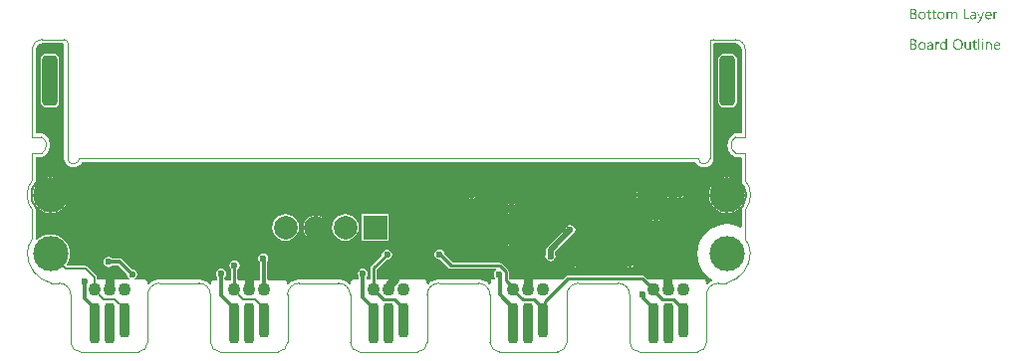
<source format=gbl>
G04*
G04 #@! TF.GenerationSoftware,Altium Limited,Altium Designer,21.9.2 (33)*
G04*
G04 Layer_Physical_Order=2*
G04 Layer_Color=16711680*
%FSAX25Y25*%
%MOIN*%
G70*
G04*
G04 #@! TF.SameCoordinates,2EB92662-9E55-42C7-936B-B314CFDC8511*
G04*
G04*
G04 #@! TF.FilePolarity,Positive*
G04*
G01*
G75*
%ADD12C,0.00394*%
%ADD49C,0.01197*%
%ADD50C,0.00984*%
%ADD52C,0.03000*%
%ADD53C,0.01968*%
%ADD55C,0.01339*%
%ADD56C,0.00800*%
%ADD57C,0.01199*%
G04:AMPARAMS|DCode=59|XSize=51.18mil|YSize=169.29mil|CornerRadius=12.8mil|HoleSize=0mil|Usage=FLASHONLY|Rotation=0.000|XOffset=0mil|YOffset=0mil|HoleType=Round|Shape=RoundedRectangle|*
%AMROUNDEDRECTD59*
21,1,0.05118,0.14370,0,0,0.0*
21,1,0.02559,0.16929,0,0,0.0*
1,1,0.02559,0.01280,-0.07185*
1,1,0.02559,-0.01280,-0.07185*
1,1,0.02559,-0.01280,0.07185*
1,1,0.02559,0.01280,0.07185*
%
%ADD59ROUNDEDRECTD59*%
%ADD60C,0.07874*%
%ADD61R,0.07874X0.07874*%
%ADD62C,0.11811*%
%ADD63C,0.02362*%
G04:AMPARAMS|DCode=64|XSize=35.43mil|YSize=135.83mil|CornerRadius=13.82mil|HoleSize=0mil|Usage=FLASHONLY|Rotation=180.000|XOffset=0mil|YOffset=0mil|HoleType=Round|Shape=RoundedRectangle|*
%AMROUNDEDRECTD64*
21,1,0.03543,0.10819,0,0,180.0*
21,1,0.00780,0.13583,0,0,180.0*
1,1,0.02764,-0.00390,0.05409*
1,1,0.02764,0.00390,0.05409*
1,1,0.02764,0.00390,-0.05409*
1,1,0.02764,-0.00390,-0.05409*
%
%ADD64ROUNDEDRECTD64*%
G04:AMPARAMS|DCode=65|XSize=35.43mil|YSize=116.14mil|CornerRadius=13.82mil|HoleSize=0mil|Usage=FLASHONLY|Rotation=180.000|XOffset=0mil|YOffset=0mil|HoleType=Round|Shape=RoundedRectangle|*
%AMROUNDEDRECTD65*
21,1,0.03543,0.08850,0,0,180.0*
21,1,0.00780,0.11614,0,0,180.0*
1,1,0.02764,-0.00390,0.04425*
1,1,0.02764,0.00390,0.04425*
1,1,0.02764,0.00390,-0.04425*
1,1,0.02764,-0.00390,-0.04425*
%
%ADD65ROUNDEDRECTD65*%
%ADD66C,0.00787*%
%ADD67C,0.04331*%
G36*
X0064117Y0117354D02*
X0064173Y0117342D01*
X0064235Y0117330D01*
X0064303Y0117305D01*
X0064383Y0117274D01*
X0064458Y0117231D01*
X0064538Y0117181D01*
X0064612Y0117113D01*
X0064680Y0117026D01*
X0064742Y0116927D01*
X0064798Y0116816D01*
X0064835Y0116674D01*
X0064866Y0116519D01*
X0064872Y0116339D01*
Y0114792D01*
X0064470D01*
Y0116234D01*
Y0116240D01*
Y0116253D01*
Y0116271D01*
Y0116302D01*
X0064464Y0116376D01*
X0064451Y0116463D01*
X0064439Y0116562D01*
X0064414Y0116661D01*
X0064383Y0116754D01*
X0064340Y0116834D01*
X0064334Y0116841D01*
X0064315Y0116865D01*
X0064284Y0116896D01*
X0064235Y0116927D01*
X0064179Y0116964D01*
X0064105Y0116989D01*
X0064012Y0117014D01*
X0063907Y0117020D01*
X0063894D01*
X0063863Y0117014D01*
X0063814Y0117008D01*
X0063752Y0116989D01*
X0063684Y0116964D01*
X0063610Y0116921D01*
X0063535Y0116865D01*
X0063467Y0116785D01*
X0063461Y0116772D01*
X0063442Y0116742D01*
X0063411Y0116692D01*
X0063380Y0116624D01*
X0063343Y0116543D01*
X0063319Y0116451D01*
X0063294Y0116339D01*
X0063288Y0116222D01*
Y0114792D01*
X0062885D01*
Y0116284D01*
Y0116290D01*
Y0116314D01*
X0062879Y0116352D01*
Y0116401D01*
X0062867Y0116457D01*
X0062854Y0116519D01*
X0062836Y0116581D01*
X0062817Y0116655D01*
X0062786Y0116723D01*
X0062749Y0116785D01*
X0062700Y0116847D01*
X0062644Y0116902D01*
X0062582Y0116952D01*
X0062502Y0116989D01*
X0062415Y0117014D01*
X0062316Y0117020D01*
X0062304D01*
X0062273Y0117014D01*
X0062223Y0117008D01*
X0062161Y0116995D01*
X0062093Y0116964D01*
X0062019Y0116927D01*
X0061944Y0116872D01*
X0061876Y0116797D01*
X0061870Y0116785D01*
X0061852Y0116760D01*
X0061821Y0116711D01*
X0061790Y0116643D01*
X0061759Y0116562D01*
X0061728Y0116463D01*
X0061709Y0116352D01*
X0061703Y0116222D01*
Y0114792D01*
X0061301D01*
Y0117305D01*
X0061703D01*
Y0116902D01*
X0061715D01*
X0061722Y0116909D01*
X0061728Y0116921D01*
X0061746Y0116946D01*
X0061765Y0116977D01*
X0061827Y0117045D01*
X0061914Y0117132D01*
X0062025Y0117218D01*
X0062155Y0117286D01*
X0062235Y0117317D01*
X0062316Y0117342D01*
X0062402Y0117354D01*
X0062495Y0117361D01*
X0062539D01*
X0062588Y0117354D01*
X0062650Y0117342D01*
X0062718Y0117324D01*
X0062792Y0117299D01*
X0062867Y0117268D01*
X0062941Y0117218D01*
X0062947Y0117212D01*
X0062972Y0117193D01*
X0063003Y0117163D01*
X0063046Y0117119D01*
X0063090Y0117063D01*
X0063133Y0117002D01*
X0063176Y0116927D01*
X0063207Y0116841D01*
X0063213Y0116847D01*
X0063220Y0116865D01*
X0063238Y0116890D01*
X0063257Y0116921D01*
X0063288Y0116964D01*
X0063325Y0117008D01*
X0063368Y0117051D01*
X0063418Y0117101D01*
X0063473Y0117150D01*
X0063535Y0117193D01*
X0063603Y0117243D01*
X0063678Y0117280D01*
X0063758Y0117311D01*
X0063845Y0117336D01*
X0063944Y0117354D01*
X0064043Y0117361D01*
X0064080D01*
X0064117Y0117354D01*
D02*
G37*
G36*
X0078150Y0117342D02*
X0078224Y0117336D01*
X0078268Y0117324D01*
X0078298Y0117311D01*
Y0116896D01*
X0078292Y0116902D01*
X0078280Y0116909D01*
X0078255Y0116921D01*
X0078224Y0116940D01*
X0078181Y0116952D01*
X0078125Y0116964D01*
X0078063Y0116971D01*
X0077995Y0116977D01*
X0077983D01*
X0077952Y0116971D01*
X0077902Y0116964D01*
X0077847Y0116946D01*
X0077772Y0116915D01*
X0077704Y0116872D01*
X0077630Y0116810D01*
X0077562Y0116729D01*
X0077556Y0116717D01*
X0077537Y0116686D01*
X0077506Y0116630D01*
X0077475Y0116556D01*
X0077444Y0116463D01*
X0077413Y0116345D01*
X0077395Y0116215D01*
X0077389Y0116067D01*
Y0114792D01*
X0076986D01*
Y0117305D01*
X0077389D01*
Y0116785D01*
X0077401D01*
Y0116791D01*
X0077407Y0116797D01*
X0077419Y0116828D01*
X0077438Y0116878D01*
X0077469Y0116940D01*
X0077500Y0117002D01*
X0077549Y0117070D01*
X0077599Y0117138D01*
X0077661Y0117200D01*
X0077667Y0117206D01*
X0077692Y0117224D01*
X0077729Y0117249D01*
X0077779Y0117274D01*
X0077834Y0117299D01*
X0077902Y0117324D01*
X0077977Y0117342D01*
X0078057Y0117348D01*
X0078113D01*
X0078150Y0117342D01*
D02*
G37*
G36*
X0072771Y0114389D02*
X0072765Y0114383D01*
X0072758Y0114358D01*
X0072740Y0114315D01*
X0072715Y0114266D01*
X0072684Y0114210D01*
X0072641Y0114142D01*
X0072597Y0114074D01*
X0072548Y0113999D01*
X0072486Y0113925D01*
X0072424Y0113857D01*
X0072350Y0113789D01*
X0072269Y0113733D01*
X0072189Y0113684D01*
X0072096Y0113640D01*
X0072003Y0113616D01*
X0071898Y0113609D01*
X0071842D01*
X0071805Y0113616D01*
X0071725Y0113628D01*
X0071638Y0113647D01*
Y0114006D01*
X0071644D01*
X0071663Y0113999D01*
X0071688Y0113993D01*
X0071719Y0113987D01*
X0071793Y0113969D01*
X0071873Y0113962D01*
X0071886D01*
X0071923Y0113969D01*
X0071978Y0113981D01*
X0072047Y0114006D01*
X0072121Y0114049D01*
X0072158Y0114080D01*
X0072195Y0114117D01*
X0072232Y0114154D01*
X0072269Y0114204D01*
X0072300Y0114259D01*
X0072331Y0114321D01*
X0072536Y0114792D01*
X0071551Y0117305D01*
X0071997D01*
X0072678Y0115367D01*
Y0115361D01*
X0072684Y0115349D01*
X0072690Y0115330D01*
X0072697Y0115305D01*
X0072703Y0115268D01*
X0072715Y0115231D01*
X0072727Y0115175D01*
X0072746D01*
Y0115188D01*
X0072758Y0115225D01*
X0072771Y0115281D01*
X0072795Y0115361D01*
X0073507Y0117305D01*
X0073922D01*
X0072771Y0114389D01*
D02*
G37*
G36*
X0070363Y0117354D02*
X0070419Y0117348D01*
X0070487Y0117330D01*
X0070561Y0117311D01*
X0070641Y0117280D01*
X0070728Y0117243D01*
X0070809Y0117193D01*
X0070889Y0117132D01*
X0070963Y0117057D01*
X0071031Y0116964D01*
X0071087Y0116859D01*
X0071130Y0116735D01*
X0071155Y0116593D01*
X0071168Y0116426D01*
Y0114792D01*
X0070765D01*
Y0115182D01*
X0070753D01*
Y0115175D01*
X0070740Y0115163D01*
X0070728Y0115138D01*
X0070703Y0115114D01*
X0070641Y0115039D01*
X0070561Y0114959D01*
X0070450Y0114878D01*
X0070319Y0114804D01*
X0070239Y0114779D01*
X0070159Y0114755D01*
X0070072Y0114742D01*
X0069979Y0114736D01*
X0069942D01*
X0069917Y0114742D01*
X0069849Y0114748D01*
X0069769Y0114761D01*
X0069670Y0114786D01*
X0069577Y0114816D01*
X0069478Y0114866D01*
X0069391Y0114928D01*
X0069385Y0114940D01*
X0069360Y0114965D01*
X0069323Y0115008D01*
X0069286Y0115070D01*
X0069249Y0115145D01*
X0069212Y0115231D01*
X0069187Y0115337D01*
X0069181Y0115454D01*
Y0115460D01*
Y0115485D01*
X0069187Y0115522D01*
X0069193Y0115566D01*
X0069205Y0115621D01*
X0069224Y0115683D01*
X0069249Y0115751D01*
X0069286Y0115819D01*
X0069329Y0115894D01*
X0069385Y0115968D01*
X0069453Y0116036D01*
X0069533Y0116098D01*
X0069626Y0116160D01*
X0069738Y0116209D01*
X0069862Y0116246D01*
X0070010Y0116277D01*
X0070765Y0116383D01*
Y0116389D01*
Y0116407D01*
X0070759Y0116445D01*
Y0116482D01*
X0070747Y0116531D01*
X0070740Y0116587D01*
X0070703Y0116704D01*
X0070672Y0116760D01*
X0070641Y0116816D01*
X0070598Y0116872D01*
X0070549Y0116921D01*
X0070487Y0116964D01*
X0070419Y0116995D01*
X0070338Y0117014D01*
X0070245Y0117020D01*
X0070202D01*
X0070171Y0117014D01*
X0070128D01*
X0070084Y0117002D01*
X0069973Y0116983D01*
X0069849Y0116946D01*
X0069713Y0116890D01*
X0069639Y0116853D01*
X0069570Y0116816D01*
X0069496Y0116766D01*
X0069428Y0116711D01*
Y0117125D01*
X0069434D01*
X0069447Y0117138D01*
X0069465Y0117150D01*
X0069496Y0117163D01*
X0069527Y0117181D01*
X0069570Y0117200D01*
X0069620Y0117218D01*
X0069676Y0117243D01*
X0069800Y0117286D01*
X0069948Y0117324D01*
X0070109Y0117348D01*
X0070282Y0117361D01*
X0070319D01*
X0070363Y0117354D01*
D02*
G37*
G36*
X0067472Y0115163D02*
X0068883D01*
Y0114792D01*
X0067057D01*
Y0118308D01*
X0067472D01*
Y0115163D01*
D02*
G37*
G36*
X0050258Y0118301D02*
X0050301D01*
X0050344Y0118295D01*
X0050443Y0118283D01*
X0050561Y0118252D01*
X0050685Y0118215D01*
X0050802Y0118159D01*
X0050908Y0118085D01*
X0050914D01*
X0050920Y0118072D01*
X0050951Y0118048D01*
X0050994Y0117998D01*
X0051044Y0117930D01*
X0051087Y0117843D01*
X0051130Y0117744D01*
X0051161Y0117633D01*
X0051174Y0117571D01*
Y0117503D01*
Y0117497D01*
Y0117491D01*
Y0117453D01*
X0051168Y0117398D01*
X0051155Y0117330D01*
X0051137Y0117243D01*
X0051106Y0117156D01*
X0051069Y0117070D01*
X0051013Y0116983D01*
X0051007Y0116971D01*
X0050982Y0116946D01*
X0050945Y0116909D01*
X0050895Y0116859D01*
X0050833Y0116810D01*
X0050759Y0116754D01*
X0050666Y0116711D01*
X0050567Y0116667D01*
Y0116661D01*
X0050586D01*
X0050604Y0116655D01*
X0050623Y0116649D01*
X0050691Y0116636D01*
X0050771Y0116612D01*
X0050858Y0116575D01*
X0050951Y0116531D01*
X0051044Y0116469D01*
X0051130Y0116389D01*
X0051143Y0116376D01*
X0051168Y0116345D01*
X0051199Y0116302D01*
X0051242Y0116234D01*
X0051279Y0116147D01*
X0051316Y0116048D01*
X0051341Y0115931D01*
X0051347Y0115801D01*
Y0115795D01*
Y0115782D01*
Y0115757D01*
X0051341Y0115726D01*
X0051335Y0115689D01*
X0051329Y0115646D01*
X0051304Y0115541D01*
X0051267Y0115423D01*
X0051211Y0115299D01*
X0051174Y0115244D01*
X0051130Y0115182D01*
X0051075Y0115126D01*
X0051019Y0115070D01*
X0051013D01*
X0051007Y0115058D01*
X0050988Y0115045D01*
X0050963Y0115027D01*
X0050932Y0115008D01*
X0050889Y0114984D01*
X0050796Y0114934D01*
X0050679Y0114878D01*
X0050542Y0114835D01*
X0050381Y0114804D01*
X0050301Y0114798D01*
X0050208Y0114792D01*
X0049181D01*
Y0118308D01*
X0050227D01*
X0050258Y0118301D01*
D02*
G37*
G36*
X0057184Y0117305D02*
X0057822D01*
Y0116958D01*
X0057184D01*
Y0115541D01*
Y0115528D01*
Y0115497D01*
X0057191Y0115454D01*
X0057197Y0115398D01*
X0057222Y0115281D01*
X0057240Y0115225D01*
X0057271Y0115182D01*
X0057277Y0115175D01*
X0057290Y0115163D01*
X0057308Y0115151D01*
X0057339Y0115132D01*
X0057376Y0115107D01*
X0057426Y0115095D01*
X0057488Y0115083D01*
X0057556Y0115076D01*
X0057581D01*
X0057612Y0115083D01*
X0057649Y0115089D01*
X0057735Y0115114D01*
X0057779Y0115132D01*
X0057822Y0115157D01*
Y0114810D01*
X0057816D01*
X0057797Y0114798D01*
X0057766Y0114792D01*
X0057723Y0114779D01*
X0057667Y0114767D01*
X0057605Y0114755D01*
X0057531Y0114748D01*
X0057444Y0114742D01*
X0057413D01*
X0057382Y0114748D01*
X0057339Y0114755D01*
X0057290Y0114767D01*
X0057234Y0114779D01*
X0057178Y0114804D01*
X0057116Y0114835D01*
X0057054Y0114872D01*
X0056992Y0114922D01*
X0056937Y0114977D01*
X0056887Y0115052D01*
X0056844Y0115132D01*
X0056813Y0115231D01*
X0056788Y0115343D01*
X0056782Y0115473D01*
Y0116958D01*
X0056355D01*
Y0117305D01*
X0056782D01*
Y0117918D01*
X0057184Y0118048D01*
Y0117305D01*
D02*
G37*
G36*
X0055482D02*
X0056120D01*
Y0116958D01*
X0055482D01*
Y0115541D01*
Y0115528D01*
Y0115497D01*
X0055488Y0115454D01*
X0055494Y0115398D01*
X0055519Y0115281D01*
X0055538Y0115225D01*
X0055569Y0115182D01*
X0055575Y0115175D01*
X0055587Y0115163D01*
X0055606Y0115151D01*
X0055637Y0115132D01*
X0055674Y0115107D01*
X0055724Y0115095D01*
X0055785Y0115083D01*
X0055853Y0115076D01*
X0055878D01*
X0055909Y0115083D01*
X0055946Y0115089D01*
X0056033Y0115114D01*
X0056076Y0115132D01*
X0056120Y0115157D01*
Y0114810D01*
X0056113D01*
X0056095Y0114798D01*
X0056064Y0114792D01*
X0056021Y0114779D01*
X0055965Y0114767D01*
X0055903Y0114755D01*
X0055829Y0114748D01*
X0055742Y0114742D01*
X0055711D01*
X0055680Y0114748D01*
X0055637Y0114755D01*
X0055587Y0114767D01*
X0055532Y0114779D01*
X0055476Y0114804D01*
X0055414Y0114835D01*
X0055352Y0114872D01*
X0055290Y0114922D01*
X0055234Y0114977D01*
X0055185Y0115052D01*
X0055142Y0115132D01*
X0055111Y0115231D01*
X0055086Y0115343D01*
X0055080Y0115473D01*
Y0116958D01*
X0054653D01*
Y0117305D01*
X0055080D01*
Y0117918D01*
X0055482Y0118048D01*
Y0117305D01*
D02*
G37*
G36*
X0075426Y0117354D02*
X0075470Y0117348D01*
X0075513Y0117342D01*
X0075624Y0117324D01*
X0075748Y0117280D01*
X0075872Y0117224D01*
X0075934Y0117187D01*
X0075996Y0117144D01*
X0076051Y0117094D01*
X0076107Y0117039D01*
X0076113Y0117033D01*
X0076120Y0117026D01*
X0076132Y0117008D01*
X0076151Y0116983D01*
X0076169Y0116946D01*
X0076194Y0116909D01*
X0076219Y0116865D01*
X0076243Y0116810D01*
X0076268Y0116748D01*
X0076293Y0116686D01*
X0076318Y0116612D01*
X0076336Y0116531D01*
X0076355Y0116445D01*
X0076367Y0116358D01*
X0076380Y0116259D01*
Y0116154D01*
Y0115943D01*
X0074603D01*
Y0115937D01*
Y0115925D01*
Y0115906D01*
X0074609Y0115875D01*
X0074615Y0115838D01*
Y0115801D01*
X0074634Y0115702D01*
X0074665Y0115603D01*
X0074702Y0115491D01*
X0074758Y0115386D01*
X0074826Y0115293D01*
X0074838Y0115281D01*
X0074863Y0115256D01*
X0074913Y0115225D01*
X0074981Y0115182D01*
X0075067Y0115138D01*
X0075166Y0115107D01*
X0075284Y0115083D01*
X0075420Y0115070D01*
X0075463D01*
X0075494Y0115076D01*
X0075532D01*
X0075575Y0115083D01*
X0075680Y0115107D01*
X0075798Y0115138D01*
X0075928Y0115188D01*
X0076064Y0115256D01*
X0076132Y0115299D01*
X0076200Y0115349D01*
Y0114971D01*
X0076194D01*
X0076188Y0114959D01*
X0076169Y0114953D01*
X0076138Y0114934D01*
X0076107Y0114916D01*
X0076070Y0114897D01*
X0076020Y0114878D01*
X0075971Y0114854D01*
X0075909Y0114829D01*
X0075841Y0114810D01*
X0075692Y0114773D01*
X0075519Y0114748D01*
X0075327Y0114736D01*
X0075278D01*
X0075241Y0114742D01*
X0075197Y0114748D01*
X0075142Y0114755D01*
X0075024Y0114779D01*
X0074888Y0114816D01*
X0074752Y0114878D01*
X0074683Y0114922D01*
X0074615Y0114965D01*
X0074554Y0115015D01*
X0074492Y0115076D01*
X0074485Y0115083D01*
X0074479Y0115095D01*
X0074467Y0115114D01*
X0074442Y0115138D01*
X0074423Y0115175D01*
X0074399Y0115219D01*
X0074368Y0115268D01*
X0074343Y0115324D01*
X0074312Y0115386D01*
X0074287Y0115460D01*
X0074256Y0115541D01*
X0074238Y0115627D01*
X0074219Y0115720D01*
X0074201Y0115819D01*
X0074195Y0115925D01*
X0074188Y0116036D01*
Y0116042D01*
Y0116061D01*
Y0116092D01*
X0074195Y0116135D01*
X0074201Y0116184D01*
X0074207Y0116240D01*
X0074213Y0116308D01*
X0074232Y0116376D01*
X0074269Y0116525D01*
X0074325Y0116686D01*
X0074362Y0116766D01*
X0074411Y0116841D01*
X0074461Y0116921D01*
X0074516Y0116989D01*
X0074523Y0116995D01*
X0074535Y0117008D01*
X0074554Y0117026D01*
X0074578Y0117045D01*
X0074609Y0117076D01*
X0074646Y0117107D01*
X0074696Y0117138D01*
X0074745Y0117175D01*
X0074863Y0117243D01*
X0075005Y0117305D01*
X0075086Y0117324D01*
X0075166Y0117342D01*
X0075253Y0117354D01*
X0075346Y0117361D01*
X0075395D01*
X0075426Y0117354D01*
D02*
G37*
G36*
X0059561D02*
X0059605Y0117348D01*
X0059660Y0117342D01*
X0059784Y0117317D01*
X0059926Y0117274D01*
X0060069Y0117212D01*
X0060143Y0117175D01*
X0060211Y0117132D01*
X0060279Y0117076D01*
X0060341Y0117014D01*
X0060347Y0117008D01*
X0060354Y0116995D01*
X0060372Y0116977D01*
X0060391Y0116952D01*
X0060416Y0116915D01*
X0060440Y0116872D01*
X0060471Y0116822D01*
X0060502Y0116766D01*
X0060527Y0116698D01*
X0060558Y0116630D01*
X0060583Y0116550D01*
X0060607Y0116463D01*
X0060626Y0116370D01*
X0060645Y0116271D01*
X0060651Y0116166D01*
X0060657Y0116054D01*
Y0116048D01*
Y0116030D01*
Y0115999D01*
X0060651Y0115955D01*
X0060645Y0115906D01*
X0060638Y0115844D01*
X0060626Y0115782D01*
X0060614Y0115708D01*
X0060576Y0115559D01*
X0060515Y0115398D01*
X0060477Y0115318D01*
X0060428Y0115237D01*
X0060378Y0115163D01*
X0060316Y0115095D01*
X0060310Y0115089D01*
X0060298Y0115083D01*
X0060279Y0115064D01*
X0060255Y0115039D01*
X0060217Y0115015D01*
X0060180Y0114984D01*
X0060131Y0114946D01*
X0060075Y0114916D01*
X0060013Y0114885D01*
X0059945Y0114848D01*
X0059871Y0114816D01*
X0059790Y0114792D01*
X0059704Y0114767D01*
X0059611Y0114755D01*
X0059512Y0114742D01*
X0059407Y0114736D01*
X0059351D01*
X0059314Y0114742D01*
X0059270Y0114748D01*
X0059215Y0114755D01*
X0059153Y0114767D01*
X0059085Y0114779D01*
X0058942Y0114823D01*
X0058794Y0114885D01*
X0058719Y0114922D01*
X0058651Y0114971D01*
X0058583Y0115021D01*
X0058515Y0115083D01*
X0058509Y0115089D01*
X0058503Y0115101D01*
X0058484Y0115120D01*
X0058466Y0115145D01*
X0058441Y0115182D01*
X0058410Y0115225D01*
X0058379Y0115275D01*
X0058354Y0115330D01*
X0058323Y0115398D01*
X0058292Y0115466D01*
X0058261Y0115541D01*
X0058237Y0115627D01*
X0058200Y0115813D01*
X0058193Y0115912D01*
X0058187Y0116017D01*
Y0116024D01*
Y0116048D01*
Y0116079D01*
X0058193Y0116123D01*
X0058200Y0116172D01*
X0058206Y0116234D01*
X0058218Y0116302D01*
X0058230Y0116376D01*
X0058268Y0116537D01*
X0058329Y0116698D01*
X0058373Y0116779D01*
X0058416Y0116859D01*
X0058466Y0116934D01*
X0058528Y0117002D01*
X0058534Y0117008D01*
X0058546Y0117020D01*
X0058565Y0117033D01*
X0058590Y0117057D01*
X0058627Y0117082D01*
X0058670Y0117113D01*
X0058719Y0117150D01*
X0058775Y0117181D01*
X0058837Y0117212D01*
X0058911Y0117249D01*
X0058986Y0117280D01*
X0059072Y0117305D01*
X0059159Y0117330D01*
X0059258Y0117348D01*
X0059363Y0117354D01*
X0059468Y0117361D01*
X0059524D01*
X0059561Y0117354D01*
D02*
G37*
G36*
X0053210D02*
X0053254Y0117348D01*
X0053309Y0117342D01*
X0053433Y0117317D01*
X0053576Y0117274D01*
X0053718Y0117212D01*
X0053792Y0117175D01*
X0053860Y0117132D01*
X0053928Y0117076D01*
X0053990Y0117014D01*
X0053996Y0117008D01*
X0054003Y0116995D01*
X0054021Y0116977D01*
X0054040Y0116952D01*
X0054065Y0116915D01*
X0054089Y0116872D01*
X0054120Y0116822D01*
X0054151Y0116766D01*
X0054176Y0116698D01*
X0054207Y0116630D01*
X0054232Y0116550D01*
X0054256Y0116463D01*
X0054275Y0116370D01*
X0054294Y0116271D01*
X0054300Y0116166D01*
X0054306Y0116054D01*
Y0116048D01*
Y0116030D01*
Y0115999D01*
X0054300Y0115955D01*
X0054294Y0115906D01*
X0054287Y0115844D01*
X0054275Y0115782D01*
X0054263Y0115708D01*
X0054225Y0115559D01*
X0054164Y0115398D01*
X0054127Y0115318D01*
X0054077Y0115237D01*
X0054027Y0115163D01*
X0053966Y0115095D01*
X0053959Y0115089D01*
X0053947Y0115083D01*
X0053928Y0115064D01*
X0053904Y0115039D01*
X0053866Y0115015D01*
X0053829Y0114984D01*
X0053780Y0114946D01*
X0053724Y0114916D01*
X0053662Y0114885D01*
X0053594Y0114848D01*
X0053520Y0114816D01*
X0053439Y0114792D01*
X0053353Y0114767D01*
X0053260Y0114755D01*
X0053161Y0114742D01*
X0053056Y0114736D01*
X0053000D01*
X0052963Y0114742D01*
X0052919Y0114748D01*
X0052864Y0114755D01*
X0052802Y0114767D01*
X0052734Y0114779D01*
X0052591Y0114823D01*
X0052443Y0114885D01*
X0052368Y0114922D01*
X0052300Y0114971D01*
X0052232Y0115021D01*
X0052164Y0115083D01*
X0052158Y0115089D01*
X0052152Y0115101D01*
X0052133Y0115120D01*
X0052115Y0115145D01*
X0052090Y0115182D01*
X0052059Y0115225D01*
X0052028Y0115275D01*
X0052003Y0115330D01*
X0051972Y0115398D01*
X0051941Y0115466D01*
X0051911Y0115541D01*
X0051886Y0115627D01*
X0051849Y0115813D01*
X0051842Y0115912D01*
X0051836Y0116017D01*
Y0116024D01*
Y0116048D01*
Y0116079D01*
X0051842Y0116123D01*
X0051849Y0116172D01*
X0051855Y0116234D01*
X0051867Y0116302D01*
X0051880Y0116376D01*
X0051917Y0116537D01*
X0051978Y0116698D01*
X0052022Y0116779D01*
X0052065Y0116859D01*
X0052115Y0116934D01*
X0052177Y0117002D01*
X0052183Y0117008D01*
X0052195Y0117020D01*
X0052214Y0117033D01*
X0052239Y0117057D01*
X0052276Y0117082D01*
X0052319Y0117113D01*
X0052368Y0117150D01*
X0052424Y0117181D01*
X0052486Y0117212D01*
X0052560Y0117249D01*
X0052635Y0117280D01*
X0052721Y0117305D01*
X0052808Y0117330D01*
X0052907Y0117348D01*
X0053012Y0117354D01*
X0053118Y0117361D01*
X0053173D01*
X0053210Y0117354D01*
D02*
G37*
G36*
X0073390Y0108274D02*
X0073414D01*
X0073470Y0108250D01*
X0073501Y0108231D01*
X0073532Y0108206D01*
X0073538Y0108200D01*
X0073545Y0108194D01*
X0073576Y0108157D01*
X0073600Y0108095D01*
X0073606Y0108058D01*
X0073613Y0108021D01*
Y0108015D01*
Y0108002D01*
X0073606Y0107984D01*
X0073600Y0107959D01*
X0073582Y0107897D01*
X0073557Y0107866D01*
X0073532Y0107835D01*
X0073526D01*
X0073520Y0107823D01*
X0073483Y0107798D01*
X0073427Y0107773D01*
X0073390Y0107767D01*
X0073353Y0107761D01*
X0073334D01*
X0073316Y0107767D01*
X0073291D01*
X0073229Y0107792D01*
X0073198Y0107804D01*
X0073167Y0107829D01*
Y0107835D01*
X0073154Y0107841D01*
X0073142Y0107860D01*
X0073130Y0107878D01*
X0073105Y0107940D01*
X0073099Y0107977D01*
X0073093Y0108021D01*
Y0108027D01*
Y0108039D01*
X0073099Y0108058D01*
X0073105Y0108089D01*
X0073124Y0108144D01*
X0073142Y0108176D01*
X0073167Y0108206D01*
X0073173Y0108213D01*
X0073179Y0108219D01*
X0073216Y0108244D01*
X0073278Y0108268D01*
X0073316Y0108281D01*
X0073371D01*
X0073390Y0108274D01*
D02*
G37*
G36*
X0061400Y0104610D02*
X0060997D01*
Y0105031D01*
X0060985D01*
Y0105025D01*
X0060973Y0105012D01*
X0060954Y0104988D01*
X0060935Y0104957D01*
X0060905Y0104920D01*
X0060867Y0104882D01*
X0060824Y0104839D01*
X0060774Y0104796D01*
X0060719Y0104746D01*
X0060651Y0104703D01*
X0060583Y0104666D01*
X0060502Y0104629D01*
X0060422Y0104598D01*
X0060329Y0104573D01*
X0060230Y0104560D01*
X0060125Y0104554D01*
X0060081D01*
X0060044Y0104560D01*
X0060007Y0104567D01*
X0059957Y0104573D01*
X0059852Y0104598D01*
X0059728Y0104635D01*
X0059605Y0104697D01*
X0059536Y0104734D01*
X0059481Y0104777D01*
X0059419Y0104833D01*
X0059363Y0104889D01*
Y0104895D01*
X0059351Y0104907D01*
X0059338Y0104926D01*
X0059320Y0104950D01*
X0059301Y0104981D01*
X0059277Y0105025D01*
X0059252Y0105074D01*
X0059227Y0105130D01*
X0059196Y0105192D01*
X0059171Y0105260D01*
X0059147Y0105334D01*
X0059128Y0105415D01*
X0059109Y0105501D01*
X0059097Y0105600D01*
X0059091Y0105700D01*
X0059085Y0105805D01*
Y0105811D01*
Y0105830D01*
Y0105867D01*
X0059091Y0105910D01*
X0059097Y0105959D01*
X0059103Y0106021D01*
X0059109Y0106089D01*
X0059122Y0106164D01*
X0059159Y0106325D01*
X0059215Y0106492D01*
X0059252Y0106572D01*
X0059295Y0106653D01*
X0059338Y0106727D01*
X0059394Y0106801D01*
X0059400Y0106807D01*
X0059407Y0106820D01*
X0059425Y0106838D01*
X0059450Y0106863D01*
X0059481Y0106888D01*
X0059524Y0106919D01*
X0059567Y0106956D01*
X0059617Y0106993D01*
X0059741Y0107061D01*
X0059883Y0107123D01*
X0059964Y0107142D01*
X0060050Y0107160D01*
X0060137Y0107173D01*
X0060236Y0107179D01*
X0060286D01*
X0060323Y0107173D01*
X0060360Y0107167D01*
X0060409Y0107160D01*
X0060521Y0107129D01*
X0060645Y0107080D01*
X0060706Y0107049D01*
X0060768Y0107006D01*
X0060830Y0106962D01*
X0060886Y0106906D01*
X0060935Y0106845D01*
X0060985Y0106770D01*
X0060997D01*
Y0108330D01*
X0061400D01*
Y0104610D01*
D02*
G37*
G36*
X0075668Y0107173D02*
X0075742Y0107167D01*
X0075835Y0107148D01*
X0075934Y0107117D01*
X0076039Y0107068D01*
X0076144Y0106999D01*
X0076188Y0106962D01*
X0076231Y0106913D01*
X0076243Y0106900D01*
X0076268Y0106863D01*
X0076299Y0106801D01*
X0076342Y0106715D01*
X0076380Y0106609D01*
X0076417Y0106479D01*
X0076441Y0106325D01*
X0076448Y0106145D01*
Y0104610D01*
X0076045D01*
Y0106040D01*
Y0106046D01*
Y0106077D01*
X0076039Y0106114D01*
Y0106164D01*
X0076027Y0106226D01*
X0076014Y0106294D01*
X0075996Y0106368D01*
X0075971Y0106442D01*
X0075940Y0106517D01*
X0075903Y0106585D01*
X0075853Y0106653D01*
X0075798Y0106715D01*
X0075736Y0106764D01*
X0075655Y0106801D01*
X0075569Y0106832D01*
X0075463Y0106838D01*
X0075451D01*
X0075414Y0106832D01*
X0075358Y0106826D01*
X0075290Y0106807D01*
X0075210Y0106783D01*
X0075123Y0106739D01*
X0075042Y0106684D01*
X0074962Y0106609D01*
X0074956Y0106597D01*
X0074931Y0106572D01*
X0074900Y0106523D01*
X0074863Y0106455D01*
X0074826Y0106374D01*
X0074795Y0106275D01*
X0074770Y0106164D01*
X0074764Y0106040D01*
Y0104610D01*
X0074362D01*
Y0107123D01*
X0074764D01*
Y0106702D01*
X0074776D01*
X0074783Y0106708D01*
X0074789Y0106721D01*
X0074807Y0106746D01*
X0074832Y0106776D01*
X0074857Y0106814D01*
X0074894Y0106851D01*
X0074937Y0106894D01*
X0074987Y0106944D01*
X0075042Y0106987D01*
X0075104Y0107030D01*
X0075173Y0107068D01*
X0075247Y0107105D01*
X0075321Y0107136D01*
X0075408Y0107160D01*
X0075501Y0107173D01*
X0075600Y0107179D01*
X0075637D01*
X0075668Y0107173D01*
D02*
G37*
G36*
X0058670Y0107160D02*
X0058744Y0107154D01*
X0058788Y0107142D01*
X0058819Y0107129D01*
Y0106715D01*
X0058812Y0106721D01*
X0058800Y0106727D01*
X0058775Y0106739D01*
X0058744Y0106758D01*
X0058701Y0106770D01*
X0058645Y0106783D01*
X0058583Y0106789D01*
X0058515Y0106795D01*
X0058503D01*
X0058472Y0106789D01*
X0058422Y0106783D01*
X0058367Y0106764D01*
X0058292Y0106733D01*
X0058224Y0106690D01*
X0058150Y0106628D01*
X0058082Y0106547D01*
X0058076Y0106535D01*
X0058057Y0106504D01*
X0058026Y0106448D01*
X0057995Y0106374D01*
X0057964Y0106281D01*
X0057933Y0106164D01*
X0057915Y0106034D01*
X0057909Y0105885D01*
Y0104610D01*
X0057506D01*
Y0107123D01*
X0057909D01*
Y0106603D01*
X0057921D01*
Y0106609D01*
X0057927Y0106616D01*
X0057939Y0106647D01*
X0057958Y0106696D01*
X0057989Y0106758D01*
X0058020Y0106820D01*
X0058069Y0106888D01*
X0058119Y0106956D01*
X0058181Y0107018D01*
X0058187Y0107024D01*
X0058212Y0107043D01*
X0058249Y0107068D01*
X0058298Y0107092D01*
X0058354Y0107117D01*
X0058422Y0107142D01*
X0058497Y0107160D01*
X0058577Y0107167D01*
X0058633D01*
X0058670Y0107160D01*
D02*
G37*
G36*
X0069410Y0104610D02*
X0069007D01*
Y0105006D01*
X0068995D01*
Y0105000D01*
X0068982Y0104988D01*
X0068970Y0104963D01*
X0068945Y0104938D01*
X0068890Y0104864D01*
X0068803Y0104783D01*
X0068753Y0104740D01*
X0068698Y0104697D01*
X0068636Y0104660D01*
X0068562Y0104622D01*
X0068487Y0104598D01*
X0068407Y0104573D01*
X0068314Y0104560D01*
X0068221Y0104554D01*
X0068184D01*
X0068141Y0104560D01*
X0068079Y0104573D01*
X0068011Y0104585D01*
X0067936Y0104610D01*
X0067856Y0104641D01*
X0067775Y0104691D01*
X0067689Y0104746D01*
X0067608Y0104814D01*
X0067534Y0104901D01*
X0067466Y0105006D01*
X0067404Y0105124D01*
X0067361Y0105266D01*
X0067336Y0105433D01*
X0067324Y0105520D01*
Y0105619D01*
Y0107123D01*
X0067720D01*
Y0105681D01*
Y0105675D01*
Y0105650D01*
X0067726Y0105607D01*
X0067732Y0105557D01*
X0067738Y0105495D01*
X0067751Y0105433D01*
X0067769Y0105359D01*
X0067794Y0105285D01*
X0067831Y0105210D01*
X0067868Y0105142D01*
X0067918Y0105074D01*
X0067980Y0105012D01*
X0068048Y0104963D01*
X0068128Y0104926D01*
X0068227Y0104895D01*
X0068332Y0104889D01*
X0068345D01*
X0068382Y0104895D01*
X0068438Y0104901D01*
X0068500Y0104913D01*
X0068580Y0104944D01*
X0068661Y0104981D01*
X0068741Y0105031D01*
X0068815Y0105105D01*
X0068822Y0105118D01*
X0068846Y0105142D01*
X0068877Y0105192D01*
X0068914Y0105260D01*
X0068945Y0105341D01*
X0068976Y0105439D01*
X0069001Y0105551D01*
X0069007Y0105675D01*
Y0107123D01*
X0069410D01*
Y0104610D01*
D02*
G37*
G36*
X0073545D02*
X0073142D01*
Y0107123D01*
X0073545D01*
Y0104610D01*
D02*
G37*
G36*
X0072325D02*
X0071923D01*
Y0108330D01*
X0072325D01*
Y0104610D01*
D02*
G37*
G36*
X0055946Y0107173D02*
X0056002Y0107167D01*
X0056070Y0107148D01*
X0056144Y0107129D01*
X0056225Y0107098D01*
X0056312Y0107061D01*
X0056392Y0107012D01*
X0056472Y0106950D01*
X0056547Y0106876D01*
X0056615Y0106783D01*
X0056671Y0106677D01*
X0056714Y0106554D01*
X0056739Y0106411D01*
X0056751Y0106244D01*
Y0104610D01*
X0056349D01*
Y0105000D01*
X0056336D01*
Y0104994D01*
X0056324Y0104981D01*
X0056312Y0104957D01*
X0056287Y0104932D01*
X0056225Y0104858D01*
X0056144Y0104777D01*
X0056033Y0104697D01*
X0055903Y0104622D01*
X0055822Y0104598D01*
X0055742Y0104573D01*
X0055655Y0104560D01*
X0055563Y0104554D01*
X0055525D01*
X0055501Y0104560D01*
X0055433Y0104567D01*
X0055352Y0104579D01*
X0055253Y0104604D01*
X0055160Y0104635D01*
X0055061Y0104684D01*
X0054975Y0104746D01*
X0054968Y0104759D01*
X0054944Y0104783D01*
X0054906Y0104827D01*
X0054869Y0104889D01*
X0054832Y0104963D01*
X0054795Y0105050D01*
X0054770Y0105155D01*
X0054764Y0105272D01*
Y0105279D01*
Y0105303D01*
X0054770Y0105341D01*
X0054776Y0105384D01*
X0054789Y0105439D01*
X0054807Y0105501D01*
X0054832Y0105570D01*
X0054869Y0105638D01*
X0054913Y0105712D01*
X0054968Y0105786D01*
X0055036Y0105854D01*
X0055117Y0105916D01*
X0055210Y0105978D01*
X0055321Y0106027D01*
X0055445Y0106065D01*
X0055594Y0106096D01*
X0056349Y0106201D01*
Y0106207D01*
Y0106226D01*
X0056343Y0106263D01*
Y0106300D01*
X0056330Y0106349D01*
X0056324Y0106405D01*
X0056287Y0106523D01*
X0056256Y0106579D01*
X0056225Y0106634D01*
X0056182Y0106690D01*
X0056132Y0106739D01*
X0056070Y0106783D01*
X0056002Y0106814D01*
X0055922Y0106832D01*
X0055829Y0106838D01*
X0055785D01*
X0055754Y0106832D01*
X0055711D01*
X0055668Y0106820D01*
X0055556Y0106801D01*
X0055433Y0106764D01*
X0055296Y0106708D01*
X0055222Y0106671D01*
X0055154Y0106634D01*
X0055080Y0106585D01*
X0055012Y0106529D01*
Y0106944D01*
X0055018D01*
X0055030Y0106956D01*
X0055049Y0106968D01*
X0055080Y0106981D01*
X0055111Y0106999D01*
X0055154Y0107018D01*
X0055203Y0107036D01*
X0055259Y0107061D01*
X0055383Y0107105D01*
X0055532Y0107142D01*
X0055693Y0107167D01*
X0055866Y0107179D01*
X0055903D01*
X0055946Y0107173D01*
D02*
G37*
G36*
X0050258Y0108120D02*
X0050301D01*
X0050344Y0108114D01*
X0050443Y0108101D01*
X0050561Y0108070D01*
X0050685Y0108033D01*
X0050802Y0107977D01*
X0050908Y0107903D01*
X0050914D01*
X0050920Y0107891D01*
X0050951Y0107866D01*
X0050994Y0107817D01*
X0051044Y0107748D01*
X0051087Y0107662D01*
X0051130Y0107563D01*
X0051161Y0107451D01*
X0051174Y0107389D01*
Y0107321D01*
Y0107315D01*
Y0107309D01*
Y0107272D01*
X0051168Y0107216D01*
X0051155Y0107148D01*
X0051137Y0107061D01*
X0051106Y0106975D01*
X0051069Y0106888D01*
X0051013Y0106801D01*
X0051007Y0106789D01*
X0050982Y0106764D01*
X0050945Y0106727D01*
X0050895Y0106677D01*
X0050833Y0106628D01*
X0050759Y0106572D01*
X0050666Y0106529D01*
X0050567Y0106486D01*
Y0106479D01*
X0050586D01*
X0050604Y0106473D01*
X0050623Y0106467D01*
X0050691Y0106455D01*
X0050771Y0106430D01*
X0050858Y0106393D01*
X0050951Y0106349D01*
X0051044Y0106288D01*
X0051130Y0106207D01*
X0051143Y0106195D01*
X0051168Y0106164D01*
X0051199Y0106120D01*
X0051242Y0106052D01*
X0051279Y0105966D01*
X0051316Y0105867D01*
X0051341Y0105749D01*
X0051347Y0105619D01*
Y0105613D01*
Y0105600D01*
Y0105576D01*
X0051341Y0105545D01*
X0051335Y0105508D01*
X0051329Y0105464D01*
X0051304Y0105359D01*
X0051267Y0105241D01*
X0051211Y0105118D01*
X0051174Y0105062D01*
X0051130Y0105000D01*
X0051075Y0104944D01*
X0051019Y0104889D01*
X0051013D01*
X0051007Y0104876D01*
X0050988Y0104864D01*
X0050963Y0104845D01*
X0050932Y0104827D01*
X0050889Y0104802D01*
X0050796Y0104752D01*
X0050679Y0104697D01*
X0050542Y0104653D01*
X0050381Y0104622D01*
X0050301Y0104616D01*
X0050208Y0104610D01*
X0049181D01*
Y0108126D01*
X0050227D01*
X0050258Y0108120D01*
D02*
G37*
G36*
X0070753Y0107123D02*
X0071390D01*
Y0106776D01*
X0070753D01*
Y0105359D01*
Y0105347D01*
Y0105316D01*
X0070759Y0105272D01*
X0070765Y0105217D01*
X0070790Y0105099D01*
X0070809Y0105043D01*
X0070840Y0105000D01*
X0070846Y0104994D01*
X0070858Y0104981D01*
X0070877Y0104969D01*
X0070908Y0104950D01*
X0070945Y0104926D01*
X0070994Y0104913D01*
X0071056Y0104901D01*
X0071124Y0104895D01*
X0071149D01*
X0071180Y0104901D01*
X0071217Y0104907D01*
X0071304Y0104932D01*
X0071347Y0104950D01*
X0071390Y0104975D01*
Y0104629D01*
X0071384D01*
X0071366Y0104616D01*
X0071335Y0104610D01*
X0071291Y0104598D01*
X0071236Y0104585D01*
X0071174Y0104573D01*
X0071100Y0104567D01*
X0071013Y0104560D01*
X0070982D01*
X0070951Y0104567D01*
X0070908Y0104573D01*
X0070858Y0104585D01*
X0070802Y0104598D01*
X0070747Y0104622D01*
X0070685Y0104653D01*
X0070623Y0104691D01*
X0070561Y0104740D01*
X0070505Y0104796D01*
X0070456Y0104870D01*
X0070412Y0104950D01*
X0070381Y0105050D01*
X0070357Y0105161D01*
X0070350Y0105291D01*
Y0106776D01*
X0069923D01*
Y0107123D01*
X0070350D01*
Y0107736D01*
X0070753Y0107866D01*
Y0107123D01*
D02*
G37*
G36*
X0078280Y0107173D02*
X0078323Y0107167D01*
X0078367Y0107160D01*
X0078478Y0107142D01*
X0078602Y0107098D01*
X0078725Y0107043D01*
X0078787Y0107006D01*
X0078849Y0106962D01*
X0078905Y0106913D01*
X0078961Y0106857D01*
X0078967Y0106851D01*
X0078973Y0106845D01*
X0078986Y0106826D01*
X0079004Y0106801D01*
X0079023Y0106764D01*
X0079047Y0106727D01*
X0079072Y0106684D01*
X0079097Y0106628D01*
X0079122Y0106566D01*
X0079146Y0106504D01*
X0079171Y0106430D01*
X0079190Y0106349D01*
X0079208Y0106263D01*
X0079221Y0106176D01*
X0079233Y0106077D01*
Y0105972D01*
Y0105761D01*
X0077457D01*
Y0105755D01*
Y0105743D01*
Y0105724D01*
X0077463Y0105693D01*
X0077469Y0105656D01*
Y0105619D01*
X0077487Y0105520D01*
X0077518Y0105421D01*
X0077556Y0105309D01*
X0077611Y0105204D01*
X0077679Y0105111D01*
X0077692Y0105099D01*
X0077717Y0105074D01*
X0077766Y0105043D01*
X0077834Y0105000D01*
X0077921Y0104957D01*
X0078020Y0104926D01*
X0078137Y0104901D01*
X0078274Y0104889D01*
X0078317D01*
X0078348Y0104895D01*
X0078385D01*
X0078428Y0104901D01*
X0078534Y0104926D01*
X0078651Y0104957D01*
X0078781Y0105006D01*
X0078917Y0105074D01*
X0078986Y0105118D01*
X0079054Y0105167D01*
Y0104790D01*
X0079047D01*
X0079041Y0104777D01*
X0079023Y0104771D01*
X0078992Y0104752D01*
X0078961Y0104734D01*
X0078924Y0104715D01*
X0078874Y0104697D01*
X0078825Y0104672D01*
X0078763Y0104647D01*
X0078695Y0104629D01*
X0078546Y0104592D01*
X0078373Y0104567D01*
X0078181Y0104554D01*
X0078131D01*
X0078094Y0104560D01*
X0078051Y0104567D01*
X0077995Y0104573D01*
X0077877Y0104598D01*
X0077741Y0104635D01*
X0077605Y0104697D01*
X0077537Y0104740D01*
X0077469Y0104783D01*
X0077407Y0104833D01*
X0077345Y0104895D01*
X0077339Y0104901D01*
X0077333Y0104913D01*
X0077320Y0104932D01*
X0077296Y0104957D01*
X0077277Y0104994D01*
X0077252Y0105037D01*
X0077221Y0105087D01*
X0077197Y0105142D01*
X0077166Y0105204D01*
X0077141Y0105279D01*
X0077110Y0105359D01*
X0077091Y0105446D01*
X0077073Y0105538D01*
X0077054Y0105638D01*
X0077048Y0105743D01*
X0077042Y0105854D01*
Y0105860D01*
Y0105879D01*
Y0105910D01*
X0077048Y0105953D01*
X0077054Y0106003D01*
X0077060Y0106059D01*
X0077067Y0106127D01*
X0077085Y0106195D01*
X0077122Y0106343D01*
X0077178Y0106504D01*
X0077215Y0106585D01*
X0077265Y0106659D01*
X0077314Y0106739D01*
X0077370Y0106807D01*
X0077376Y0106814D01*
X0077389Y0106826D01*
X0077407Y0106845D01*
X0077432Y0106863D01*
X0077463Y0106894D01*
X0077500Y0106925D01*
X0077549Y0106956D01*
X0077599Y0106993D01*
X0077717Y0107061D01*
X0077859Y0107123D01*
X0077939Y0107142D01*
X0078020Y0107160D01*
X0078106Y0107173D01*
X0078199Y0107179D01*
X0078249D01*
X0078280Y0107173D01*
D02*
G37*
G36*
X0065237Y0108182D02*
X0065299Y0108176D01*
X0065374Y0108163D01*
X0065454Y0108144D01*
X0065541Y0108126D01*
X0065627Y0108101D01*
X0065727Y0108070D01*
X0065819Y0108027D01*
X0065918Y0107977D01*
X0066018Y0107922D01*
X0066110Y0107854D01*
X0066203Y0107779D01*
X0066290Y0107693D01*
X0066296Y0107686D01*
X0066308Y0107668D01*
X0066333Y0107643D01*
X0066358Y0107606D01*
X0066395Y0107556D01*
X0066432Y0107495D01*
X0066469Y0107427D01*
X0066513Y0107352D01*
X0066556Y0107259D01*
X0066593Y0107167D01*
X0066630Y0107061D01*
X0066667Y0106944D01*
X0066692Y0106826D01*
X0066717Y0106696D01*
X0066729Y0106554D01*
X0066736Y0106411D01*
Y0106399D01*
Y0106374D01*
Y0106331D01*
X0066729Y0106269D01*
X0066723Y0106195D01*
X0066711Y0106114D01*
X0066698Y0106021D01*
X0066680Y0105916D01*
X0066655Y0105811D01*
X0066624Y0105700D01*
X0066587Y0105588D01*
X0066544Y0105477D01*
X0066488Y0105359D01*
X0066426Y0105254D01*
X0066358Y0105149D01*
X0066277Y0105050D01*
X0066271Y0105043D01*
X0066259Y0105031D01*
X0066228Y0105006D01*
X0066197Y0104975D01*
X0066148Y0104932D01*
X0066092Y0104895D01*
X0066030Y0104845D01*
X0065956Y0104802D01*
X0065875Y0104759D01*
X0065782Y0104709D01*
X0065683Y0104672D01*
X0065572Y0104635D01*
X0065454Y0104598D01*
X0065330Y0104573D01*
X0065200Y0104560D01*
X0065058Y0104554D01*
X0065027D01*
X0064984Y0104560D01*
X0064934D01*
X0064872Y0104567D01*
X0064798Y0104579D01*
X0064718Y0104598D01*
X0064625Y0104616D01*
X0064532Y0104641D01*
X0064433Y0104672D01*
X0064334Y0104715D01*
X0064235Y0104759D01*
X0064136Y0104814D01*
X0064037Y0104882D01*
X0063944Y0104957D01*
X0063857Y0105043D01*
X0063851Y0105050D01*
X0063839Y0105068D01*
X0063814Y0105093D01*
X0063789Y0105130D01*
X0063752Y0105180D01*
X0063715Y0105241D01*
X0063678Y0105309D01*
X0063634Y0105390D01*
X0063591Y0105477D01*
X0063554Y0105570D01*
X0063517Y0105675D01*
X0063480Y0105792D01*
X0063455Y0105910D01*
X0063430Y0106040D01*
X0063418Y0106182D01*
X0063411Y0106325D01*
Y0106337D01*
Y0106362D01*
X0063418Y0106405D01*
Y0106467D01*
X0063424Y0106535D01*
X0063436Y0106622D01*
X0063449Y0106715D01*
X0063467Y0106814D01*
X0063492Y0106919D01*
X0063523Y0107030D01*
X0063560Y0107142D01*
X0063603Y0107253D01*
X0063659Y0107365D01*
X0063721Y0107476D01*
X0063789Y0107581D01*
X0063870Y0107680D01*
X0063876Y0107686D01*
X0063888Y0107705D01*
X0063919Y0107730D01*
X0063956Y0107761D01*
X0063999Y0107798D01*
X0064055Y0107841D01*
X0064123Y0107885D01*
X0064198Y0107934D01*
X0064284Y0107984D01*
X0064377Y0108027D01*
X0064476Y0108070D01*
X0064588Y0108107D01*
X0064711Y0108138D01*
X0064841Y0108169D01*
X0064978Y0108182D01*
X0065120Y0108188D01*
X0065188D01*
X0065237Y0108182D01*
D02*
G37*
G36*
X0053210Y0107173D02*
X0053254Y0107167D01*
X0053309Y0107160D01*
X0053433Y0107136D01*
X0053576Y0107092D01*
X0053718Y0107030D01*
X0053792Y0106993D01*
X0053860Y0106950D01*
X0053928Y0106894D01*
X0053990Y0106832D01*
X0053996Y0106826D01*
X0054003Y0106814D01*
X0054021Y0106795D01*
X0054040Y0106770D01*
X0054065Y0106733D01*
X0054089Y0106690D01*
X0054120Y0106640D01*
X0054151Y0106585D01*
X0054176Y0106517D01*
X0054207Y0106448D01*
X0054232Y0106368D01*
X0054256Y0106281D01*
X0054275Y0106188D01*
X0054294Y0106089D01*
X0054300Y0105984D01*
X0054306Y0105873D01*
Y0105867D01*
Y0105848D01*
Y0105817D01*
X0054300Y0105774D01*
X0054294Y0105724D01*
X0054287Y0105662D01*
X0054275Y0105600D01*
X0054263Y0105526D01*
X0054225Y0105378D01*
X0054164Y0105217D01*
X0054127Y0105136D01*
X0054077Y0105056D01*
X0054027Y0104981D01*
X0053966Y0104913D01*
X0053959Y0104907D01*
X0053947Y0104901D01*
X0053928Y0104882D01*
X0053904Y0104858D01*
X0053866Y0104833D01*
X0053829Y0104802D01*
X0053780Y0104765D01*
X0053724Y0104734D01*
X0053662Y0104703D01*
X0053594Y0104666D01*
X0053520Y0104635D01*
X0053439Y0104610D01*
X0053353Y0104585D01*
X0053260Y0104573D01*
X0053161Y0104560D01*
X0053056Y0104554D01*
X0053000D01*
X0052963Y0104560D01*
X0052919Y0104567D01*
X0052864Y0104573D01*
X0052802Y0104585D01*
X0052734Y0104598D01*
X0052591Y0104641D01*
X0052443Y0104703D01*
X0052368Y0104740D01*
X0052300Y0104790D01*
X0052232Y0104839D01*
X0052164Y0104901D01*
X0052158Y0104907D01*
X0052152Y0104920D01*
X0052133Y0104938D01*
X0052115Y0104963D01*
X0052090Y0105000D01*
X0052059Y0105043D01*
X0052028Y0105093D01*
X0052003Y0105149D01*
X0051972Y0105217D01*
X0051941Y0105285D01*
X0051911Y0105359D01*
X0051886Y0105446D01*
X0051849Y0105631D01*
X0051842Y0105730D01*
X0051836Y0105836D01*
Y0105842D01*
Y0105867D01*
Y0105898D01*
X0051842Y0105941D01*
X0051849Y0105990D01*
X0051855Y0106052D01*
X0051867Y0106120D01*
X0051880Y0106195D01*
X0051917Y0106356D01*
X0051978Y0106517D01*
X0052022Y0106597D01*
X0052065Y0106677D01*
X0052115Y0106752D01*
X0052177Y0106820D01*
X0052183Y0106826D01*
X0052195Y0106838D01*
X0052214Y0106851D01*
X0052239Y0106876D01*
X0052276Y0106900D01*
X0052319Y0106931D01*
X0052368Y0106968D01*
X0052424Y0106999D01*
X0052486Y0107030D01*
X0052560Y0107068D01*
X0052635Y0107098D01*
X0052721Y0107123D01*
X0052808Y0107148D01*
X0052907Y0107167D01*
X0053012Y0107173D01*
X0053118Y0107179D01*
X0053173D01*
X0053210Y0107173D01*
D02*
G37*
G36*
X-0009210Y0106795D02*
X-0008794Y0106709D01*
X-0008403Y0106544D01*
X-0008052Y0106305D01*
X-0007754Y0106003D01*
X-0007521Y0105649D01*
X-0007361Y0105255D01*
X-0007281Y0104838D01*
X-0007283Y0104626D01*
X-0007282Y0104622D01*
X-0007283Y0104618D01*
X-0007283Y0076536D01*
X-0009186D01*
X-0009289Y0076516D01*
X-0009394Y0076518D01*
X-0009517Y0076470D01*
X-0009647Y0076445D01*
X-0009734Y0076386D01*
X-0009832Y0076348D01*
X-0010187Y0076122D01*
X-0010275Y0076039D01*
X-0010377Y0075973D01*
X-0010980Y0075391D01*
X-0011072Y0075259D01*
X-0011179Y0075139D01*
X-0011607Y0074418D01*
X-0011661Y0074266D01*
X-0011733Y0074122D01*
X-0011955Y0073314D01*
X-0011966Y0073153D01*
X-0011998Y0072995D01*
Y0072157D01*
X-0011966Y0071999D01*
X-0011955Y0071838D01*
X-0011733Y0071030D01*
X-0011661Y0070886D01*
X-0011607Y0070734D01*
X-0011179Y0070013D01*
X-0011072Y0069893D01*
X-0010980Y0069761D01*
X-0010377Y0069179D01*
X-0010275Y0069113D01*
X-0010187Y0069030D01*
X-0009832Y0068804D01*
X-0009734Y0068766D01*
X-0009647Y0068708D01*
X-0009517Y0068682D01*
X-0009394Y0068634D01*
X-0009289Y0068637D01*
X-0009186Y0068616D01*
X-0007625D01*
X-0007272Y0068262D01*
X-0007295Y0060843D01*
X-0007261Y0060668D01*
X-0007244Y0060490D01*
X-0007216Y0060439D01*
X-0007205Y0060382D01*
X-0007107Y0060233D01*
X-0007023Y0060076D01*
X-0006660Y0059634D01*
X-0006097Y0058640D01*
X-0005710Y0057565D01*
X-0005513Y0056440D01*
X-0005509Y0055297D01*
X-0005699Y0054171D01*
X-0006079Y0053093D01*
X-0006636Y0052096D01*
X-0006995Y0051652D01*
X-0007075Y0051501D01*
X-0007170Y0051359D01*
X-0007183Y0051294D01*
X-0007214Y0051236D01*
X-0007229Y0051066D01*
X-0007263Y0050898D01*
X-0007281Y0045234D01*
X-0007710Y0044978D01*
X-0008392Y0045342D01*
X-0010248Y0045905D01*
X-0012177Y0046095D01*
X-0014107Y0045905D01*
X-0015962Y0045342D01*
X-0017672Y0044428D01*
X-0019171Y0043198D01*
X-0020401Y0041699D01*
X-0021315Y0039990D01*
X-0021877Y0038134D01*
X-0022067Y0036205D01*
X-0021877Y0034275D01*
X-0021315Y0032420D01*
X-0020401Y0030710D01*
X-0019171Y0029211D01*
X-0017672Y0027981D01*
X-0017093Y0027672D01*
X-0017120Y0027119D01*
X-0017401Y0027003D01*
X-0017499Y0026937D01*
X-0017609Y0026892D01*
X-0018250Y0026463D01*
X-0018334Y0026379D01*
X-0018433Y0026313D01*
X-0018775Y0025971D01*
X-0019275Y0026178D01*
X-0019275Y0027038D01*
X-0019275Y0027038D01*
X-0019275Y0027038D01*
X-0019356Y0027232D01*
X-0019431Y0027415D01*
X-0019808Y0027571D01*
X-0019808Y0027571D01*
X-0038856Y0027570D01*
X-0039851Y0028565D01*
X-0040176Y0028783D01*
X-0040560Y0028859D01*
X-0065531D01*
X-0065915Y0028783D01*
X-0066241Y0028565D01*
X-0067181Y0027625D01*
X-0084850Y0027624D01*
X-0085272Y0028046D01*
Y0030120D01*
X-0085348Y0030504D01*
X-0085566Y0030830D01*
X-0087530Y0032794D01*
X-0087855Y0033012D01*
X-0088240Y0033088D01*
X-0103938D01*
X-0106739Y0035889D01*
X-0106714Y0036016D01*
X-0106844Y0036669D01*
X-0107214Y0037222D01*
X-0107767Y0037592D01*
X-0108420Y0037722D01*
X-0109073Y0037592D01*
X-0109626Y0037222D01*
X-0109996Y0036669D01*
X-0110126Y0036016D01*
X-0109996Y0035363D01*
X-0109626Y0034809D01*
X-0109073Y0034440D01*
X-0108420Y0034310D01*
X-0108068Y0034380D01*
X-0105064Y0031375D01*
X-0104738Y0031158D01*
X-0104354Y0031081D01*
X-0089572D01*
X-0089420Y0030581D01*
X-0089647Y0030430D01*
X-0090017Y0029876D01*
X-0090146Y0029223D01*
X-0090017Y0028571D01*
X-0089718Y0028124D01*
X-0089848Y0027747D01*
X-0089940Y0027624D01*
X-0090738Y0027624D01*
X-0090894Y0027560D01*
X-0091114Y0027468D01*
X-0091270Y0027092D01*
X-0091270Y0027092D01*
X-0091270Y0026178D01*
X-0091770Y0025971D01*
X-0092113Y0026313D01*
X-0092211Y0026379D01*
X-0092295Y0026463D01*
X-0092937Y0026892D01*
X-0093046Y0026937D01*
X-0093145Y0027003D01*
X-0093858Y0027299D01*
X-0093975Y0027322D01*
X-0094084Y0027367D01*
X-0094841Y0027518D01*
X-0094930D01*
X-0095017Y0027539D01*
X-0095403Y0027558D01*
X-0095432Y0027554D01*
X-0095462Y0027560D01*
X-0108596D01*
X-0108625Y0027554D01*
X-0108655Y0027558D01*
X-0109041Y0027539D01*
X-0109127Y0027518D01*
X-0109217D01*
X-0109974Y0027367D01*
X-0110083Y0027322D01*
X-0110199Y0027299D01*
X-0110912Y0027003D01*
X-0111011Y0026937D01*
X-0111121Y0026892D01*
X-0111762Y0026463D01*
X-0111846Y0026379D01*
X-0111945Y0026313D01*
X-0112287Y0025971D01*
X-0112787Y0026178D01*
X-0112787Y0026898D01*
X-0112787Y0026898D01*
X-0112787Y0026898D01*
X-0112867Y0027092D01*
X-0112943Y0027275D01*
X-0113320Y0027431D01*
X-0113320Y0027431D01*
X-0129050Y0027430D01*
X-0129403Y0027784D01*
Y0031007D01*
X-0126213Y0034197D01*
X-0125974Y0034149D01*
X-0125321Y0034279D01*
X-0124768Y0034649D01*
X-0124398Y0035202D01*
X-0124268Y0035855D01*
X-0124398Y0036508D01*
X-0124768Y0037062D01*
X-0125321Y0037431D01*
X-0125974Y0037561D01*
X-0126627Y0037431D01*
X-0127180Y0037062D01*
X-0127550Y0036508D01*
X-0127680Y0035855D01*
X-0127632Y0035616D01*
X-0131116Y0032132D01*
X-0131334Y0031806D01*
X-0131410Y0031422D01*
Y0027430D01*
X-0132582Y0027430D01*
X-0132952Y0027818D01*
X-0132925Y0028238D01*
X-0132834Y0028299D01*
X-0132464Y0028852D01*
X-0132334Y0029505D01*
X-0132464Y0030158D01*
X-0132834Y0030711D01*
X-0133387Y0031081D01*
X-0134040Y0031211D01*
X-0134693Y0031081D01*
X-0135246Y0030711D01*
X-0135616Y0030158D01*
X-0135746Y0029505D01*
X-0135616Y0028852D01*
X-0135404Y0028535D01*
Y0027430D01*
X-0137494Y0027430D01*
X-0137650Y0027365D01*
X-0137870Y0027274D01*
X-0138026Y0026897D01*
X-0138026Y0026897D01*
X-0138026Y0026178D01*
X-0138526Y0025971D01*
X-0138869Y0026313D01*
X-0138967Y0026379D01*
X-0139051Y0026463D01*
X-0139693Y0026892D01*
X-0139802Y0026937D01*
X-0139901Y0027003D01*
X-0140614Y0027299D01*
X-0140730Y0027322D01*
X-0140840Y0027367D01*
X-0141597Y0027518D01*
X-0141686D01*
X-0141773Y0027539D01*
X-0142159Y0027558D01*
X-0142188Y0027554D01*
X-0142218Y0027560D01*
X-0155352D01*
X-0155381Y0027554D01*
X-0155411Y0027558D01*
X-0155797Y0027539D01*
X-0155883Y0027518D01*
X-0155973D01*
X-0156729Y0027367D01*
X-0156839Y0027322D01*
X-0156955Y0027299D01*
X-0157668Y0027003D01*
X-0157767Y0026937D01*
X-0157877Y0026892D01*
X-0158518Y0026463D01*
X-0158602Y0026379D01*
X-0158701Y0026313D01*
X-0159043Y0025971D01*
X-0159543Y0026178D01*
X-0159543Y0026871D01*
X-0159543Y0026871D01*
X-0159543Y0026871D01*
X-0159623Y0027065D01*
X-0159699Y0027248D01*
X-0160076Y0027404D01*
X-0160076Y0027404D01*
X-0165834Y0027403D01*
X-0166188Y0027757D01*
Y0033528D01*
X-0165860Y0034018D01*
X-0165730Y0034671D01*
X-0165860Y0035324D01*
X-0166230Y0035877D01*
X-0166783Y0036247D01*
X-0167436Y0036377D01*
X-0168089Y0036247D01*
X-0168642Y0035877D01*
X-0169012Y0035324D01*
X-0169142Y0034671D01*
X-0169012Y0034018D01*
X-0168642Y0033465D01*
X-0168411Y0033310D01*
Y0027403D01*
X-0175718Y0027403D01*
X-0176071Y0027757D01*
Y0030811D01*
X-0175780Y0031006D01*
X-0175411Y0031559D01*
X-0175281Y0032212D01*
X-0175411Y0032865D01*
X-0175780Y0033418D01*
X-0176334Y0033788D01*
X-0176987Y0033918D01*
X-0177640Y0033788D01*
X-0178193Y0033418D01*
X-0178563Y0032865D01*
X-0178693Y0032212D01*
X-0178563Y0031559D01*
X-0178193Y0031006D01*
X-0178078Y0030929D01*
Y0027403D01*
X-0180049Y0027403D01*
X-0180402Y0027757D01*
Y0028247D01*
X-0180325Y0028299D01*
X-0179955Y0028852D01*
X-0179825Y0029505D01*
X-0179955Y0030158D01*
X-0180325Y0030711D01*
X-0180878Y0031081D01*
X-0181531Y0031211D01*
X-0182184Y0031081D01*
X-0182738Y0030711D01*
X-0183107Y0030158D01*
X-0183237Y0029505D01*
X-0183107Y0028852D01*
X-0182770Y0028348D01*
Y0027403D01*
X-0184249Y0027403D01*
X-0184406Y0027338D01*
X-0184626Y0027247D01*
X-0184782Y0026870D01*
X-0184782Y0026870D01*
X-0184782Y0026178D01*
X-0185282Y0025971D01*
X-0185625Y0026313D01*
X-0185723Y0026379D01*
X-0185807Y0026463D01*
X-0186449Y0026892D01*
X-0186558Y0026937D01*
X-0186657Y0027003D01*
X-0187370Y0027299D01*
X-0187486Y0027322D01*
X-0187596Y0027367D01*
X-0188353Y0027518D01*
X-0188442D01*
X-0188529Y0027539D01*
X-0188915Y0027558D01*
X-0188944Y0027554D01*
X-0188974Y0027560D01*
X-0202108D01*
X-0202137Y0027554D01*
X-0202167Y0027558D01*
X-0202553Y0027539D01*
X-0202639Y0027518D01*
X-0202728D01*
X-0203485Y0027367D01*
X-0203595Y0027322D01*
X-0203711Y0027299D01*
X-0204424Y0027003D01*
X-0204523Y0026937D01*
X-0204632Y0026892D01*
X-0205274Y0026463D01*
X-0205358Y0026379D01*
X-0205457Y0026313D01*
X-0205799Y0025971D01*
X-0206299Y0026178D01*
X-0206299Y0026945D01*
X-0206299Y0026945D01*
X-0206455Y0027322D01*
X-0206455Y0027322D01*
X-0206455Y0027322D01*
X-0206832Y0027478D01*
X-0206832Y0027478D01*
X-0210191Y0027478D01*
X-0210343Y0027978D01*
X-0210102Y0028139D01*
X-0209732Y0028692D01*
X-0209602Y0029345D01*
X-0209732Y0029998D01*
X-0210102Y0030551D01*
X-0210656Y0030921D01*
X-0211309Y0031051D01*
X-0211419Y0031029D01*
X-0214598Y0034209D01*
X-0214960Y0034450D01*
X-0215385Y0034535D01*
X-0215386Y0034535D01*
X-0217886D01*
X-0217949Y0034628D01*
X-0218502Y0034998D01*
X-0219155Y0035128D01*
X-0219808Y0034998D01*
X-0220361Y0034628D01*
X-0220731Y0034075D01*
X-0220861Y0033422D01*
X-0220731Y0032769D01*
X-0220361Y0032216D01*
X-0219808Y0031846D01*
X-0219155Y0031716D01*
X-0218502Y0031846D01*
X-0217949Y0032216D01*
X-0217886Y0032309D01*
X-0215846D01*
X-0212993Y0029455D01*
X-0213015Y0029345D01*
X-0212885Y0028692D01*
X-0212515Y0028139D01*
X-0212274Y0027978D01*
X-0212425Y0027478D01*
X-0222655Y0027477D01*
X-0223009Y0027831D01*
Y0028346D01*
X-0223078Y0028694D01*
X-0223275Y0028989D01*
X-0226151Y0031865D01*
X-0226446Y0032062D01*
X-0226794Y0032132D01*
X-0232975D01*
X-0233262Y0032570D01*
X-0233210Y0032633D01*
X-0232616Y0033745D01*
X-0232250Y0034951D01*
X-0232126Y0036205D01*
X-0232250Y0037459D01*
X-0232616Y0038665D01*
X-0233210Y0039776D01*
X-0234009Y0040750D01*
X-0234984Y0041550D01*
X-0236095Y0042144D01*
X-0237301Y0042510D01*
X-0238555Y0042633D01*
X-0239809Y0042510D01*
X-0241015Y0042144D01*
X-0242127Y0041550D01*
X-0243039Y0040802D01*
X-0243300Y0040880D01*
X-0243515Y0041020D01*
X-0243483Y0041177D01*
X-0243475Y0050932D01*
X-0243509Y0051101D01*
X-0243525Y0051274D01*
X-0243554Y0051330D01*
X-0243566Y0051393D01*
X-0243663Y0051537D01*
X-0243743Y0051690D01*
X-0244100Y0052132D01*
X-0244655Y0053125D01*
X-0245034Y0054197D01*
X-0245226Y0055319D01*
X-0245225Y0056456D01*
X-0245032Y0057577D01*
X-0244652Y0058649D01*
X-0244095Y0059641D01*
X-0243737Y0060083D01*
X-0243657Y0060236D01*
X-0243560Y0060380D01*
X-0243548Y0060442D01*
X-0243518Y0060498D01*
X-0243502Y0060671D01*
X-0243469Y0060841D01*
Y0068651D01*
X-0241564D01*
X-0241461Y0068671D01*
X-0241356Y0068669D01*
X-0241233Y0068717D01*
X-0241103Y0068743D01*
X-0241016Y0068801D01*
X-0240918Y0068839D01*
X-0240563Y0069064D01*
X-0240476Y0069148D01*
X-0240373Y0069214D01*
X-0239770Y0069796D01*
X-0239678Y0069928D01*
X-0239571Y0070048D01*
X-0239143Y0070769D01*
X-0239089Y0070921D01*
X-0239017Y0071065D01*
X-0238795Y0071873D01*
X-0238784Y0072034D01*
X-0238753Y0072192D01*
Y0073030D01*
X-0238784Y0073188D01*
X-0238795Y0073349D01*
X-0239017Y0074157D01*
X-0239089Y0074301D01*
X-0239143Y0074453D01*
X-0239571Y0075174D01*
X-0239678Y0075294D01*
X-0239770Y0075426D01*
X-0240373Y0076008D01*
X-0240476Y0076073D01*
X-0240563Y0076157D01*
X-0240918Y0076383D01*
X-0241016Y0076421D01*
X-0241103Y0076479D01*
X-0241233Y0076505D01*
X-0241356Y0076553D01*
X-0241461Y0076551D01*
X-0241564Y0076571D01*
X-0243467Y0076571D01*
Y0104864D01*
X-0243385Y0105278D01*
X-0243223Y0105668D01*
X-0242989Y0106019D01*
X-0242690Y0106318D01*
X-0242339Y0106552D01*
X-0241949Y0106714D01*
X-0241534Y0106796D01*
X-0234405D01*
X-0234052Y0106443D01*
X-0234057Y0068246D01*
X-0234046Y0068187D01*
X-0234051Y0068127D01*
X-0234014Y0067743D01*
X-0233962Y0067574D01*
X-0233928Y0067400D01*
X-0233634Y0066691D01*
X-0233373Y0066300D01*
X-0232830Y0065757D01*
X-0232439Y0065496D01*
X-0231730Y0065202D01*
X-0231269Y0065110D01*
X-0230501D01*
X-0230040Y0065202D01*
X-0229330Y0065496D01*
X-0228940Y0065757D01*
X-0228396Y0066300D01*
X-0228135Y0066691D01*
X-0227990Y0067041D01*
X-0125367Y0067041D01*
X-0022750D01*
X-0022605Y0066691D01*
X-0022344Y0066300D01*
X-0021801Y0065757D01*
X-0021410Y0065496D01*
X-0020700Y0065202D01*
X-0020240Y0065110D01*
X-0019471D01*
X-0019011Y0065202D01*
X-0018301Y0065496D01*
X-0017910Y0065757D01*
X-0017367Y0066300D01*
X-0017106Y0066691D01*
X-0016812Y0067400D01*
X-0016778Y0067574D01*
X-0016726Y0067743D01*
X-0016689Y0068127D01*
X-0016694Y0068187D01*
X-0016683Y0068245D01*
X-0016684Y0106443D01*
X-0016331Y0106796D01*
X-0009418D01*
X-0009210Y0106795D01*
D02*
G37*
%LPC*%
G36*
X0070765Y0116061D02*
X0070159Y0115974D01*
X0070146D01*
X0070115Y0115968D01*
X0070066Y0115955D01*
X0070004Y0115943D01*
X0069936Y0115925D01*
X0069862Y0115900D01*
X0069800Y0115875D01*
X0069738Y0115838D01*
X0069731Y0115832D01*
X0069713Y0115819D01*
X0069694Y0115795D01*
X0069670Y0115757D01*
X0069639Y0115708D01*
X0069620Y0115646D01*
X0069602Y0115572D01*
X0069595Y0115485D01*
Y0115479D01*
Y0115454D01*
X0069602Y0115423D01*
X0069614Y0115380D01*
X0069626Y0115330D01*
X0069651Y0115281D01*
X0069682Y0115231D01*
X0069725Y0115182D01*
X0069731Y0115175D01*
X0069750Y0115163D01*
X0069781Y0115145D01*
X0069818Y0115126D01*
X0069868Y0115107D01*
X0069929Y0115089D01*
X0069998Y0115076D01*
X0070078Y0115070D01*
X0070091D01*
X0070128Y0115076D01*
X0070183Y0115083D01*
X0070251Y0115095D01*
X0070326Y0115120D01*
X0070412Y0115157D01*
X0070493Y0115213D01*
X0070567Y0115281D01*
X0070573Y0115293D01*
X0070598Y0115318D01*
X0070629Y0115361D01*
X0070666Y0115423D01*
X0070703Y0115504D01*
X0070734Y0115590D01*
X0070759Y0115696D01*
X0070765Y0115807D01*
Y0116061D01*
D02*
G37*
G36*
X0050066Y0117936D02*
X0049595D01*
Y0116797D01*
X0050072D01*
X0050134Y0116804D01*
X0050208Y0116816D01*
X0050295Y0116834D01*
X0050388Y0116865D01*
X0050468Y0116902D01*
X0050549Y0116958D01*
X0050555Y0116964D01*
X0050580Y0116989D01*
X0050611Y0117026D01*
X0050648Y0117082D01*
X0050679Y0117144D01*
X0050710Y0117224D01*
X0050734Y0117317D01*
X0050741Y0117422D01*
Y0117429D01*
Y0117447D01*
X0050734Y0117472D01*
X0050728Y0117503D01*
X0050703Y0117583D01*
X0050685Y0117633D01*
X0050654Y0117683D01*
X0050623Y0117726D01*
X0050573Y0117775D01*
X0050524Y0117819D01*
X0050456Y0117856D01*
X0050381Y0117887D01*
X0050289Y0117912D01*
X0050183Y0117930D01*
X0050066Y0117936D01*
D02*
G37*
G36*
Y0116426D02*
X0049595D01*
Y0115163D01*
X0050214D01*
X0050276Y0115169D01*
X0050363Y0115182D01*
X0050450Y0115207D01*
X0050542Y0115231D01*
X0050635Y0115275D01*
X0050716Y0115330D01*
X0050722Y0115337D01*
X0050747Y0115361D01*
X0050778Y0115398D01*
X0050815Y0115454D01*
X0050852Y0115522D01*
X0050883Y0115603D01*
X0050908Y0115702D01*
X0050914Y0115807D01*
Y0115813D01*
Y0115832D01*
X0050908Y0115863D01*
X0050902Y0115906D01*
X0050889Y0115949D01*
X0050871Y0116005D01*
X0050846Y0116061D01*
X0050809Y0116116D01*
X0050765Y0116172D01*
X0050710Y0116228D01*
X0050642Y0116284D01*
X0050555Y0116327D01*
X0050462Y0116370D01*
X0050344Y0116401D01*
X0050214Y0116420D01*
X0050066Y0116426D01*
D02*
G37*
G36*
X0075340Y0117020D02*
X0075290D01*
X0075241Y0117008D01*
X0075173Y0116995D01*
X0075098Y0116971D01*
X0075011Y0116934D01*
X0074931Y0116884D01*
X0074851Y0116816D01*
X0074844Y0116810D01*
X0074820Y0116779D01*
X0074789Y0116735D01*
X0074745Y0116674D01*
X0074702Y0116599D01*
X0074665Y0116506D01*
X0074634Y0116401D01*
X0074609Y0116284D01*
X0075965D01*
Y0116290D01*
Y0116302D01*
Y0116314D01*
Y0116339D01*
X0075959Y0116407D01*
X0075946Y0116482D01*
X0075921Y0116575D01*
X0075897Y0116661D01*
X0075853Y0116748D01*
X0075798Y0116828D01*
X0075792Y0116834D01*
X0075767Y0116859D01*
X0075730Y0116890D01*
X0075680Y0116927D01*
X0075612Y0116958D01*
X0075532Y0116989D01*
X0075445Y0117014D01*
X0075340Y0117020D01*
D02*
G37*
G36*
X0059438D02*
X0059400D01*
X0059376Y0117014D01*
X0059301Y0117008D01*
X0059215Y0116989D01*
X0059116Y0116958D01*
X0059010Y0116909D01*
X0058911Y0116841D01*
X0058862Y0116804D01*
X0058819Y0116754D01*
X0058806Y0116742D01*
X0058781Y0116704D01*
X0058750Y0116649D01*
X0058707Y0116568D01*
X0058664Y0116463D01*
X0058633Y0116339D01*
X0058608Y0116197D01*
X0058596Y0116030D01*
Y0116024D01*
Y0116011D01*
Y0115986D01*
X0058602Y0115955D01*
Y0115918D01*
X0058608Y0115875D01*
X0058627Y0115776D01*
X0058651Y0115665D01*
X0058695Y0115547D01*
X0058750Y0115429D01*
X0058825Y0115324D01*
X0058837Y0115312D01*
X0058868Y0115287D01*
X0058917Y0115244D01*
X0058986Y0115200D01*
X0059072Y0115151D01*
X0059178Y0115107D01*
X0059301Y0115083D01*
X0059438Y0115070D01*
X0059475D01*
X0059499Y0115076D01*
X0059574Y0115083D01*
X0059660Y0115101D01*
X0059753Y0115132D01*
X0059858Y0115175D01*
X0059951Y0115237D01*
X0060038Y0115318D01*
X0060044Y0115330D01*
X0060069Y0115367D01*
X0060106Y0115423D01*
X0060143Y0115504D01*
X0060180Y0115609D01*
X0060217Y0115733D01*
X0060242Y0115875D01*
X0060248Y0116042D01*
Y0116048D01*
Y0116061D01*
Y0116085D01*
Y0116123D01*
X0060242Y0116160D01*
X0060236Y0116203D01*
X0060224Y0116308D01*
X0060199Y0116426D01*
X0060162Y0116543D01*
X0060106Y0116661D01*
X0060038Y0116766D01*
X0060026Y0116779D01*
X0060001Y0116804D01*
X0059951Y0116847D01*
X0059883Y0116896D01*
X0059797Y0116940D01*
X0059698Y0116983D01*
X0059574Y0117008D01*
X0059438Y0117020D01*
D02*
G37*
G36*
X0053087D02*
X0053049D01*
X0053025Y0117014D01*
X0052950Y0117008D01*
X0052864Y0116989D01*
X0052765Y0116958D01*
X0052659Y0116909D01*
X0052560Y0116841D01*
X0052511Y0116804D01*
X0052468Y0116754D01*
X0052455Y0116742D01*
X0052430Y0116704D01*
X0052399Y0116649D01*
X0052356Y0116568D01*
X0052313Y0116463D01*
X0052282Y0116339D01*
X0052257Y0116197D01*
X0052245Y0116030D01*
Y0116024D01*
Y0116011D01*
Y0115986D01*
X0052251Y0115955D01*
Y0115918D01*
X0052257Y0115875D01*
X0052276Y0115776D01*
X0052300Y0115665D01*
X0052344Y0115547D01*
X0052399Y0115429D01*
X0052474Y0115324D01*
X0052486Y0115312D01*
X0052517Y0115287D01*
X0052567Y0115244D01*
X0052635Y0115200D01*
X0052721Y0115151D01*
X0052827Y0115107D01*
X0052950Y0115083D01*
X0053087Y0115070D01*
X0053124D01*
X0053149Y0115076D01*
X0053223Y0115083D01*
X0053309Y0115101D01*
X0053402Y0115132D01*
X0053508Y0115175D01*
X0053600Y0115237D01*
X0053687Y0115318D01*
X0053693Y0115330D01*
X0053718Y0115367D01*
X0053755Y0115423D01*
X0053792Y0115504D01*
X0053829Y0115609D01*
X0053866Y0115733D01*
X0053891Y0115875D01*
X0053898Y0116042D01*
Y0116048D01*
Y0116061D01*
Y0116085D01*
Y0116123D01*
X0053891Y0116160D01*
X0053885Y0116203D01*
X0053873Y0116308D01*
X0053848Y0116426D01*
X0053811Y0116543D01*
X0053755Y0116661D01*
X0053687Y0116766D01*
X0053675Y0116779D01*
X0053650Y0116804D01*
X0053600Y0116847D01*
X0053532Y0116896D01*
X0053446Y0116940D01*
X0053347Y0116983D01*
X0053223Y0117008D01*
X0053087Y0117020D01*
D02*
G37*
G36*
X0060286Y0106838D02*
X0060248D01*
X0060224Y0106832D01*
X0060155Y0106826D01*
X0060075Y0106807D01*
X0059982Y0106770D01*
X0059883Y0106721D01*
X0059790Y0106659D01*
X0059747Y0106616D01*
X0059704Y0106566D01*
X0059698Y0106554D01*
X0059673Y0106517D01*
X0059636Y0106455D01*
X0059598Y0106374D01*
X0059561Y0106269D01*
X0059524Y0106139D01*
X0059499Y0105990D01*
X0059493Y0105823D01*
Y0105817D01*
Y0105805D01*
Y0105780D01*
X0059499Y0105749D01*
Y0105718D01*
X0059506Y0105675D01*
X0059518Y0105576D01*
X0059543Y0105464D01*
X0059580Y0105353D01*
X0059629Y0105241D01*
X0059698Y0105136D01*
X0059710Y0105124D01*
X0059735Y0105099D01*
X0059778Y0105056D01*
X0059840Y0105012D01*
X0059920Y0104969D01*
X0060013Y0104926D01*
X0060118Y0104901D01*
X0060242Y0104889D01*
X0060273D01*
X0060298Y0104895D01*
X0060360Y0104901D01*
X0060434Y0104920D01*
X0060521Y0104950D01*
X0060614Y0104988D01*
X0060700Y0105050D01*
X0060787Y0105130D01*
X0060793Y0105142D01*
X0060818Y0105173D01*
X0060855Y0105229D01*
X0060892Y0105297D01*
X0060929Y0105384D01*
X0060966Y0105489D01*
X0060991Y0105613D01*
X0060997Y0105743D01*
Y0106114D01*
Y0106120D01*
Y0106127D01*
Y0106164D01*
X0060985Y0106219D01*
X0060973Y0106294D01*
X0060948Y0106374D01*
X0060911Y0106461D01*
X0060861Y0106547D01*
X0060793Y0106628D01*
X0060787Y0106634D01*
X0060756Y0106659D01*
X0060713Y0106696D01*
X0060657Y0106733D01*
X0060583Y0106770D01*
X0060496Y0106807D01*
X0060397Y0106832D01*
X0060286Y0106838D01*
D02*
G37*
G36*
X0056349Y0105879D02*
X0055742Y0105792D01*
X0055730D01*
X0055699Y0105786D01*
X0055649Y0105774D01*
X0055587Y0105761D01*
X0055519Y0105743D01*
X0055445Y0105718D01*
X0055383Y0105693D01*
X0055321Y0105656D01*
X0055315Y0105650D01*
X0055296Y0105638D01*
X0055278Y0105613D01*
X0055253Y0105576D01*
X0055222Y0105526D01*
X0055203Y0105464D01*
X0055185Y0105390D01*
X0055179Y0105303D01*
Y0105297D01*
Y0105272D01*
X0055185Y0105241D01*
X0055197Y0105198D01*
X0055210Y0105149D01*
X0055234Y0105099D01*
X0055265Y0105050D01*
X0055309Y0105000D01*
X0055315Y0104994D01*
X0055334Y0104981D01*
X0055365Y0104963D01*
X0055402Y0104944D01*
X0055451Y0104926D01*
X0055513Y0104907D01*
X0055581Y0104895D01*
X0055662Y0104889D01*
X0055674D01*
X0055711Y0104895D01*
X0055767Y0104901D01*
X0055835Y0104913D01*
X0055909Y0104938D01*
X0055996Y0104975D01*
X0056076Y0105031D01*
X0056151Y0105099D01*
X0056157Y0105111D01*
X0056182Y0105136D01*
X0056213Y0105180D01*
X0056250Y0105241D01*
X0056287Y0105322D01*
X0056318Y0105409D01*
X0056343Y0105514D01*
X0056349Y0105625D01*
Y0105879D01*
D02*
G37*
G36*
X0050066Y0107755D02*
X0049595D01*
Y0106616D01*
X0050072D01*
X0050134Y0106622D01*
X0050208Y0106634D01*
X0050295Y0106653D01*
X0050388Y0106684D01*
X0050468Y0106721D01*
X0050549Y0106776D01*
X0050555Y0106783D01*
X0050580Y0106807D01*
X0050611Y0106845D01*
X0050648Y0106900D01*
X0050679Y0106962D01*
X0050710Y0107043D01*
X0050734Y0107136D01*
X0050741Y0107241D01*
Y0107247D01*
Y0107266D01*
X0050734Y0107290D01*
X0050728Y0107321D01*
X0050703Y0107402D01*
X0050685Y0107451D01*
X0050654Y0107501D01*
X0050623Y0107544D01*
X0050573Y0107594D01*
X0050524Y0107637D01*
X0050456Y0107674D01*
X0050381Y0107705D01*
X0050289Y0107730D01*
X0050183Y0107748D01*
X0050066Y0107755D01*
D02*
G37*
G36*
Y0106244D02*
X0049595D01*
Y0104981D01*
X0050214D01*
X0050276Y0104988D01*
X0050363Y0105000D01*
X0050450Y0105025D01*
X0050542Y0105050D01*
X0050635Y0105093D01*
X0050716Y0105149D01*
X0050722Y0105155D01*
X0050747Y0105180D01*
X0050778Y0105217D01*
X0050815Y0105272D01*
X0050852Y0105341D01*
X0050883Y0105421D01*
X0050908Y0105520D01*
X0050914Y0105625D01*
Y0105631D01*
Y0105650D01*
X0050908Y0105681D01*
X0050902Y0105724D01*
X0050889Y0105768D01*
X0050871Y0105823D01*
X0050846Y0105879D01*
X0050809Y0105935D01*
X0050765Y0105990D01*
X0050710Y0106046D01*
X0050642Y0106102D01*
X0050555Y0106145D01*
X0050462Y0106188D01*
X0050344Y0106219D01*
X0050214Y0106238D01*
X0050066Y0106244D01*
D02*
G37*
G36*
X0078193Y0106838D02*
X0078144D01*
X0078094Y0106826D01*
X0078026Y0106814D01*
X0077952Y0106789D01*
X0077865Y0106752D01*
X0077785Y0106702D01*
X0077704Y0106634D01*
X0077698Y0106628D01*
X0077673Y0106597D01*
X0077642Y0106554D01*
X0077599Y0106492D01*
X0077556Y0106418D01*
X0077518Y0106325D01*
X0077487Y0106219D01*
X0077463Y0106102D01*
X0078818D01*
Y0106108D01*
Y0106120D01*
Y0106133D01*
Y0106158D01*
X0078812Y0106226D01*
X0078800Y0106300D01*
X0078775Y0106393D01*
X0078750Y0106479D01*
X0078707Y0106566D01*
X0078651Y0106647D01*
X0078645Y0106653D01*
X0078620Y0106677D01*
X0078583Y0106708D01*
X0078534Y0106746D01*
X0078466Y0106776D01*
X0078385Y0106807D01*
X0078298Y0106832D01*
X0078193Y0106838D01*
D02*
G37*
G36*
X0065089Y0107810D02*
X0065033D01*
X0064996Y0107804D01*
X0064947Y0107798D01*
X0064897Y0107792D01*
X0064835Y0107779D01*
X0064767Y0107761D01*
X0064625Y0107711D01*
X0064550Y0107680D01*
X0064470Y0107643D01*
X0064396Y0107594D01*
X0064321Y0107538D01*
X0064253Y0107476D01*
X0064185Y0107408D01*
X0064179Y0107402D01*
X0064173Y0107389D01*
X0064154Y0107365D01*
X0064130Y0107334D01*
X0064105Y0107297D01*
X0064080Y0107247D01*
X0064049Y0107191D01*
X0064018Y0107129D01*
X0063981Y0107055D01*
X0063950Y0106981D01*
X0063925Y0106894D01*
X0063901Y0106801D01*
X0063876Y0106702D01*
X0063857Y0106591D01*
X0063851Y0106479D01*
X0063845Y0106362D01*
Y0106356D01*
Y0106331D01*
Y0106300D01*
X0063851Y0106257D01*
X0063857Y0106201D01*
X0063863Y0106133D01*
X0063876Y0106065D01*
X0063888Y0105990D01*
X0063925Y0105823D01*
X0063987Y0105644D01*
X0064024Y0105557D01*
X0064068Y0105477D01*
X0064123Y0105390D01*
X0064179Y0105316D01*
X0064185Y0105309D01*
X0064198Y0105297D01*
X0064216Y0105279D01*
X0064241Y0105254D01*
X0064272Y0105223D01*
X0064315Y0105192D01*
X0064365Y0105155D01*
X0064414Y0105118D01*
X0064476Y0105080D01*
X0064544Y0105043D01*
X0064693Y0104981D01*
X0064780Y0104957D01*
X0064866Y0104938D01*
X0064959Y0104926D01*
X0065058Y0104920D01*
X0065114D01*
X0065157Y0104926D01*
X0065200Y0104932D01*
X0065262Y0104938D01*
X0065324Y0104950D01*
X0065392Y0104969D01*
X0065535Y0105012D01*
X0065615Y0105043D01*
X0065689Y0105080D01*
X0065764Y0105124D01*
X0065838Y0105173D01*
X0065906Y0105229D01*
X0065974Y0105297D01*
X0065980Y0105303D01*
X0065987Y0105316D01*
X0066005Y0105334D01*
X0066024Y0105365D01*
X0066055Y0105409D01*
X0066079Y0105452D01*
X0066110Y0105508D01*
X0066141Y0105570D01*
X0066172Y0105644D01*
X0066203Y0105724D01*
X0066234Y0105811D01*
X0066259Y0105904D01*
X0066277Y0106003D01*
X0066296Y0106114D01*
X0066302Y0106232D01*
X0066308Y0106356D01*
Y0106362D01*
Y0106387D01*
Y0106424D01*
X0066302Y0106467D01*
X0066296Y0106529D01*
X0066290Y0106597D01*
X0066284Y0106671D01*
X0066265Y0106752D01*
X0066228Y0106919D01*
X0066172Y0107098D01*
X0066135Y0107185D01*
X0066092Y0107272D01*
X0066036Y0107352D01*
X0065980Y0107427D01*
X0065974Y0107433D01*
X0065968Y0107445D01*
X0065949Y0107464D01*
X0065918Y0107488D01*
X0065887Y0107513D01*
X0065850Y0107550D01*
X0065801Y0107581D01*
X0065751Y0107618D01*
X0065689Y0107656D01*
X0065621Y0107686D01*
X0065547Y0107724D01*
X0065467Y0107748D01*
X0065380Y0107773D01*
X0065293Y0107792D01*
X0065194Y0107804D01*
X0065089Y0107810D01*
D02*
G37*
G36*
X0053087Y0106838D02*
X0053049D01*
X0053025Y0106832D01*
X0052950Y0106826D01*
X0052864Y0106807D01*
X0052765Y0106776D01*
X0052659Y0106727D01*
X0052560Y0106659D01*
X0052511Y0106622D01*
X0052468Y0106572D01*
X0052455Y0106560D01*
X0052430Y0106523D01*
X0052399Y0106467D01*
X0052356Y0106387D01*
X0052313Y0106281D01*
X0052282Y0106158D01*
X0052257Y0106015D01*
X0052245Y0105848D01*
Y0105842D01*
Y0105830D01*
Y0105805D01*
X0052251Y0105774D01*
Y0105737D01*
X0052257Y0105693D01*
X0052276Y0105594D01*
X0052300Y0105483D01*
X0052344Y0105365D01*
X0052399Y0105248D01*
X0052474Y0105142D01*
X0052486Y0105130D01*
X0052517Y0105105D01*
X0052567Y0105062D01*
X0052635Y0105019D01*
X0052721Y0104969D01*
X0052827Y0104926D01*
X0052950Y0104901D01*
X0053087Y0104889D01*
X0053124D01*
X0053149Y0104895D01*
X0053223Y0104901D01*
X0053309Y0104920D01*
X0053402Y0104950D01*
X0053508Y0104994D01*
X0053600Y0105056D01*
X0053687Y0105136D01*
X0053693Y0105149D01*
X0053718Y0105186D01*
X0053755Y0105241D01*
X0053792Y0105322D01*
X0053829Y0105427D01*
X0053866Y0105551D01*
X0053891Y0105693D01*
X0053898Y0105860D01*
Y0105867D01*
Y0105879D01*
Y0105904D01*
Y0105941D01*
X0053891Y0105978D01*
X0053885Y0106021D01*
X0053873Y0106127D01*
X0053848Y0106244D01*
X0053811Y0106362D01*
X0053755Y0106479D01*
X0053687Y0106585D01*
X0053675Y0106597D01*
X0053650Y0106622D01*
X0053600Y0106665D01*
X0053532Y0106715D01*
X0053446Y0106758D01*
X0053347Y0106801D01*
X0053223Y0106826D01*
X0053087Y0106838D01*
D02*
G37*
G36*
X-0010702Y0103221D02*
X-0013261D01*
X-0013952Y0103084D01*
X-0014538Y0102692D01*
X-0014930Y0102106D01*
X-0015067Y0101415D01*
Y0087045D01*
X-0014930Y0086353D01*
X-0014538Y0085767D01*
X-0013952Y0085376D01*
X-0013261Y0085238D01*
X-0010702D01*
X-0010011Y0085376D01*
X-0009425Y0085767D01*
X-0009033Y0086353D01*
X-0008896Y0087045D01*
Y0101415D01*
X-0009033Y0102106D01*
X-0009425Y0102692D01*
X-0010011Y0103084D01*
X-0010702Y0103221D01*
D02*
G37*
G36*
X-0237474D02*
X-0240033D01*
X-0240724Y0103084D01*
X-0241310Y0102692D01*
X-0241702Y0102106D01*
X-0241839Y0101415D01*
Y0087045D01*
X-0241702Y0086353D01*
X-0241310Y0085767D01*
X-0240724Y0085376D01*
X-0240033Y0085238D01*
X-0237474D01*
X-0236782Y0085376D01*
X-0236196Y0085767D01*
X-0235805Y0086353D01*
X-0235667Y0087045D01*
Y0101415D01*
X-0235805Y0102106D01*
X-0236196Y0102692D01*
X-0236782Y0103084D01*
X-0237474Y0103221D01*
D02*
G37*
G36*
X-0027367Y0057223D02*
Y0056637D01*
X-0026781D01*
X-0027016Y0056989D01*
X-0027367Y0057223D01*
D02*
G37*
G36*
X-0028367D02*
X-0028719Y0056989D01*
X-0028954Y0056637D01*
X-0028367D01*
Y0057223D01*
D02*
G37*
G36*
X-0037358Y0057107D02*
Y0056520D01*
X-0036771D01*
X-0037006Y0056872D01*
X-0037358Y0057107D01*
D02*
G37*
G36*
X-0038357D02*
X-0038709Y0056872D01*
X-0038944Y0056520D01*
X-0038357D01*
Y0057107D01*
D02*
G37*
G36*
X-0042630Y0056990D02*
Y0056403D01*
X-0042043D01*
X-0042278Y0056755D01*
X-0042630Y0056990D01*
D02*
G37*
G36*
X-0043630D02*
X-0043981Y0056755D01*
X-0044216Y0056403D01*
X-0043630D01*
Y0056990D01*
D02*
G37*
G36*
X-0238055Y0061767D02*
Y0056382D01*
X-0232670D01*
X-0232735Y0057040D01*
X-0233073Y0058153D01*
X-0233621Y0059179D01*
X-0234359Y0060078D01*
X-0235258Y0060816D01*
X-0236284Y0061364D01*
X-0237397Y0061702D01*
X-0238055Y0061767D01*
D02*
G37*
G36*
X-0239055Y0061767D02*
X-0239713Y0061702D01*
X-0240826Y0061364D01*
X-0241852Y0060816D01*
X-0242751Y0060078D01*
X-0243489Y0059179D01*
X-0244038Y0058153D01*
X-0244375Y0057040D01*
X-0244440Y0056382D01*
X-0239055D01*
Y0061767D01*
D02*
G37*
G36*
X-0011677D02*
Y0056382D01*
X-0006292D01*
X-0006357Y0057040D01*
X-0006695Y0058153D01*
X-0007243Y0059179D01*
X-0007981Y0060078D01*
X-0008880Y0060816D01*
X-0009906Y0061364D01*
X-0011020Y0061702D01*
X-0011677Y0061767D01*
D02*
G37*
G36*
X-0012677Y0061767D02*
X-0013335Y0061702D01*
X-0014448Y0061364D01*
X-0015474Y0060816D01*
X-0016373Y0060078D01*
X-0017111Y0059179D01*
X-0017660Y0058153D01*
X-0017997Y0057040D01*
X-0018062Y0056382D01*
X-0012677D01*
Y0061767D01*
D02*
G37*
G36*
X-0032274Y0056936D02*
Y0056349D01*
X-0031688D01*
X-0031923Y0056701D01*
X-0032274Y0056936D01*
D02*
G37*
G36*
X-0033274D02*
X-0033626Y0056701D01*
X-0033861Y0056349D01*
X-0033274D01*
Y0056936D01*
D02*
G37*
G36*
X-0097039Y0056906D02*
Y0056320D01*
X-0096453D01*
X-0096688Y0056672D01*
X-0097039Y0056906D01*
D02*
G37*
G36*
X-0098039D02*
X-0098391Y0056672D01*
X-0098626Y0056320D01*
X-0098039D01*
Y0056906D01*
D02*
G37*
G36*
X-0026781Y0055637D02*
X-0027367D01*
Y0055050D01*
X-0027016Y0055285D01*
X-0026781Y0055637D01*
D02*
G37*
G36*
X-0028367D02*
X-0028954D01*
X-0028719Y0055285D01*
X-0028367Y0055050D01*
Y0055637D01*
D02*
G37*
G36*
X-0036771Y0055520D02*
X-0037358D01*
Y0054934D01*
X-0037006Y0055169D01*
X-0036771Y0055520D01*
D02*
G37*
G36*
X-0038357D02*
X-0038944D01*
X-0038709Y0055169D01*
X-0038357Y0054934D01*
Y0055520D01*
D02*
G37*
G36*
X-0116702Y0055450D02*
Y0054864D01*
X-0116116D01*
X-0116351Y0055215D01*
X-0116702Y0055450D01*
D02*
G37*
G36*
X-0117702D02*
X-0118054Y0055215D01*
X-0118289Y0054864D01*
X-0117702D01*
Y0055450D01*
D02*
G37*
G36*
X-0042043Y0055403D02*
X-0042630D01*
Y0054817D01*
X-0042278Y0055052D01*
X-0042043Y0055403D01*
D02*
G37*
G36*
X-0043630D02*
X-0044216D01*
X-0043981Y0055052D01*
X-0043630Y0054817D01*
Y0055403D01*
D02*
G37*
G36*
X-0031688Y0055349D02*
X-0032274D01*
Y0054763D01*
X-0031923Y0054998D01*
X-0031688Y0055349D01*
D02*
G37*
G36*
X-0033274D02*
X-0033861D01*
X-0033626Y0054998D01*
X-0033274Y0054763D01*
Y0055349D01*
D02*
G37*
G36*
X-0096453Y0055320D02*
X-0097039D01*
Y0054734D01*
X-0096688Y0054969D01*
X-0096453Y0055320D01*
D02*
G37*
G36*
X-0098039D02*
X-0098626D01*
X-0098391Y0054969D01*
X-0098039Y0054734D01*
Y0055320D01*
D02*
G37*
G36*
X-0057037Y0055072D02*
Y0054485D01*
X-0056451D01*
X-0056686Y0054837D01*
X-0057037Y0055072D01*
D02*
G37*
G36*
X-0058037D02*
X-0058389Y0054837D01*
X-0058624Y0054485D01*
X-0058037D01*
Y0055072D01*
D02*
G37*
G36*
X-0083803Y0054557D02*
Y0053985D01*
X-0083232D01*
X-0083257Y0054045D01*
X-0083386Y0054238D01*
X-0083551Y0054403D01*
X-0083744Y0054532D01*
X-0083803Y0054557D01*
D02*
G37*
G36*
X-0084803D02*
X-0084863Y0054532D01*
X-0085056Y0054403D01*
X-0085221Y0054238D01*
X-0085350Y0054045D01*
X-0085375Y0053985D01*
X-0084803D01*
Y0054557D01*
D02*
G37*
G36*
X-0116116Y0053864D02*
X-0116702D01*
Y0053277D01*
X-0116351Y0053512D01*
X-0116116Y0053864D01*
D02*
G37*
G36*
X-0117702D02*
X-0118289D01*
X-0118054Y0053512D01*
X-0117702Y0053277D01*
Y0053864D01*
D02*
G37*
G36*
X-0056451Y0053485D02*
X-0057037D01*
Y0052899D01*
X-0056686Y0053134D01*
X-0056451Y0053485D01*
D02*
G37*
G36*
X-0058037D02*
X-0058624D01*
X-0058389Y0053134D01*
X-0058037Y0052899D01*
Y0053485D01*
D02*
G37*
G36*
X-0083232Y0052985D02*
X-0083803D01*
Y0052414D01*
X-0083744Y0052439D01*
X-0083551Y0052568D01*
X-0083386Y0052732D01*
X-0083257Y0052926D01*
X-0083232Y0052985D01*
D02*
G37*
G36*
X-0084803D02*
X-0085375D01*
X-0085350Y0052926D01*
X-0085221Y0052732D01*
X-0085056Y0052568D01*
X-0084863Y0052439D01*
X-0084803Y0052414D01*
Y0052985D01*
D02*
G37*
G36*
X-0083809Y0051356D02*
Y0050784D01*
X-0083238D01*
X-0083263Y0050844D01*
X-0083392Y0051037D01*
X-0083556Y0051202D01*
X-0083750Y0051331D01*
X-0083809Y0051356D01*
D02*
G37*
G36*
X-0084809D02*
X-0084869Y0051331D01*
X-0085062Y0051202D01*
X-0085227Y0051037D01*
X-0085356Y0050844D01*
X-0085381Y0050784D01*
X-0084809D01*
Y0051356D01*
D02*
G37*
G36*
X-0006292Y0055382D02*
X-0011677D01*
Y0049997D01*
X-0011020Y0050062D01*
X-0009906Y0050400D01*
X-0008880Y0050948D01*
X-0007981Y0051686D01*
X-0007243Y0052585D01*
X-0006695Y0053611D01*
X-0006357Y0054724D01*
X-0006292Y0055382D01*
D02*
G37*
G36*
X-0239055Y0055382D02*
X-0244440D01*
X-0244375Y0054724D01*
X-0244038Y0053611D01*
X-0243489Y0052585D01*
X-0242751Y0051686D01*
X-0241852Y0050948D01*
X-0240826Y0050400D01*
X-0239713Y0050062D01*
X-0239055Y0049997D01*
Y0055382D01*
D02*
G37*
G36*
X-0232670D02*
X-0238055D01*
Y0049997D01*
X-0237397Y0050062D01*
X-0236284Y0050400D01*
X-0235258Y0050948D01*
X-0234359Y0051686D01*
X-0233621Y0052585D01*
X-0233073Y0053611D01*
X-0232735Y0054724D01*
X-0232670Y0055382D01*
D02*
G37*
G36*
X-0012677Y0055382D02*
X-0018062D01*
X-0017997Y0054724D01*
X-0017660Y0053611D01*
X-0017111Y0052585D01*
X-0016373Y0051686D01*
X-0015474Y0050948D01*
X-0014448Y0050400D01*
X-0013335Y0050062D01*
X-0012677Y0049997D01*
Y0055382D01*
D02*
G37*
G36*
X-0083238Y0049784D02*
X-0083809D01*
Y0049213D01*
X-0083750Y0049238D01*
X-0083556Y0049367D01*
X-0083392Y0049531D01*
X-0083263Y0049725D01*
X-0083238Y0049784D01*
D02*
G37*
G36*
X-0084809D02*
X-0085381D01*
X-0085356Y0049725D01*
X-0085227Y0049531D01*
X-0085062Y0049367D01*
X-0084869Y0049238D01*
X-0084809Y0049213D01*
Y0049784D01*
D02*
G37*
G36*
X-0035430Y0049255D02*
Y0048668D01*
X-0034844D01*
X-0035078Y0049020D01*
X-0035430Y0049255D01*
D02*
G37*
G36*
X-0036430D02*
X-0036781Y0049020D01*
X-0037016Y0048668D01*
X-0036430D01*
Y0049255D01*
D02*
G37*
G36*
X-0034844Y0047668D02*
X-0035430D01*
Y0047082D01*
X-0035078Y0047317D01*
X-0034844Y0047668D01*
D02*
G37*
G36*
X-0036430D02*
X-0037016D01*
X-0036781Y0047317D01*
X-0036430Y0047082D01*
Y0047668D01*
D02*
G37*
G36*
X-0149392Y0048924D02*
Y0045519D01*
X-0145987D01*
X-0146056Y0046046D01*
X-0146453Y0047004D01*
X-0147084Y0047826D01*
X-0147906Y0048458D01*
X-0148864Y0048854D01*
X-0149392Y0048924D01*
D02*
G37*
G36*
X-0150392D02*
X-0150920Y0048854D01*
X-0151877Y0048458D01*
X-0152700Y0047826D01*
X-0153331Y0047004D01*
X-0153728Y0046046D01*
X-0153797Y0045519D01*
X-0150392D01*
Y0048924D01*
D02*
G37*
G36*
X-0145987Y0044519D02*
X-0149392D01*
Y0041113D01*
X-0148864Y0041183D01*
X-0147906Y0041580D01*
X-0147084Y0042211D01*
X-0146453Y0043033D01*
X-0146056Y0043991D01*
X-0145987Y0044519D01*
D02*
G37*
G36*
X-0150392D02*
X-0153797D01*
X-0153728Y0043991D01*
X-0153331Y0043033D01*
X-0152700Y0042211D01*
X-0151877Y0041580D01*
X-0150920Y0041183D01*
X-0150392Y0041113D01*
Y0044519D01*
D02*
G37*
G36*
X-0125463Y0049448D02*
X-0134321D01*
Y0040589D01*
X-0125463D01*
Y0049448D01*
D02*
G37*
G36*
X-0139892Y0049486D02*
X-0141048Y0049334D01*
X-0142126Y0048888D01*
X-0143051Y0048177D01*
X-0143761Y0047252D01*
X-0144207Y0046175D01*
X-0144359Y0045019D01*
X-0144207Y0043862D01*
X-0143761Y0042785D01*
X-0143051Y0041860D01*
X-0142126Y0041150D01*
X-0141048Y0040703D01*
X-0139892Y0040551D01*
X-0138736Y0040703D01*
X-0137658Y0041150D01*
X-0136733Y0041860D01*
X-0136023Y0042785D01*
X-0135577Y0043862D01*
X-0135425Y0045019D01*
X-0135577Y0046175D01*
X-0136023Y0047252D01*
X-0136733Y0048177D01*
X-0137658Y0048888D01*
X-0138736Y0049334D01*
X-0139892Y0049486D01*
D02*
G37*
G36*
X-0159892D02*
X-0161048Y0049334D01*
X-0162126Y0048888D01*
X-0163051Y0048177D01*
X-0163761Y0047252D01*
X-0164207Y0046175D01*
X-0164359Y0045019D01*
X-0164207Y0043862D01*
X-0163761Y0042785D01*
X-0163051Y0041860D01*
X-0162126Y0041150D01*
X-0161048Y0040703D01*
X-0159892Y0040551D01*
X-0158736Y0040703D01*
X-0157658Y0041150D01*
X-0156733Y0041860D01*
X-0156023Y0042785D01*
X-0155577Y0043862D01*
X-0155425Y0045019D01*
X-0155577Y0046175D01*
X-0156023Y0047252D01*
X-0156733Y0048177D01*
X-0157658Y0048888D01*
X-0158736Y0049334D01*
X-0159892Y0049486D01*
D02*
G37*
G36*
X-0080535Y0040881D02*
Y0040310D01*
X-0079964D01*
X-0079988Y0040369D01*
X-0080118Y0040563D01*
X-0080282Y0040727D01*
X-0080476Y0040857D01*
X-0080535Y0040881D01*
D02*
G37*
G36*
X-0081535D02*
X-0081595Y0040857D01*
X-0081788Y0040727D01*
X-0081953Y0040563D01*
X-0082082Y0040369D01*
X-0082107Y0040310D01*
X-0081535D01*
Y0040881D01*
D02*
G37*
G36*
X-0083803Y0040835D02*
Y0040264D01*
X-0083232D01*
X-0083257Y0040323D01*
X-0083386Y0040516D01*
X-0083551Y0040681D01*
X-0083744Y0040810D01*
X-0083803Y0040835D01*
D02*
G37*
G36*
X-0084803D02*
X-0084863Y0040810D01*
X-0085056Y0040681D01*
X-0085221Y0040516D01*
X-0085350Y0040323D01*
X-0085375Y0040264D01*
X-0084803D01*
Y0040835D01*
D02*
G37*
G36*
X-0079964Y0039310D02*
X-0080535D01*
Y0038739D01*
X-0080476Y0038763D01*
X-0080282Y0038892D01*
X-0080118Y0039057D01*
X-0079988Y0039250D01*
X-0079964Y0039310D01*
D02*
G37*
G36*
X-0081535D02*
X-0082107D01*
X-0082082Y0039250D01*
X-0081953Y0039057D01*
X-0081788Y0038892D01*
X-0081595Y0038763D01*
X-0081535Y0038739D01*
Y0039310D01*
D02*
G37*
G36*
X-0083232Y0039263D02*
X-0083803D01*
Y0038692D01*
X-0083744Y0038717D01*
X-0083551Y0038846D01*
X-0083386Y0039011D01*
X-0083257Y0039204D01*
X-0083232Y0039263D01*
D02*
G37*
G36*
X-0084803D02*
X-0085375D01*
X-0085350Y0039204D01*
X-0085221Y0039011D01*
X-0085056Y0038846D01*
X-0084863Y0038717D01*
X-0084803Y0038692D01*
Y0039263D01*
D02*
G37*
G36*
X-0064665Y0045801D02*
X-0065318Y0045671D01*
X-0065872Y0045301D01*
X-0066242Y0044747D01*
X-0066266Y0044622D01*
X-0072275Y0038614D01*
X-0072601Y0038126D01*
X-0072716Y0037550D01*
Y0036275D01*
X-0072862Y0036056D01*
X-0072992Y0035403D01*
X-0072862Y0034751D01*
X-0072492Y0034197D01*
X-0071938Y0033827D01*
X-0071285Y0033697D01*
X-0070633Y0033827D01*
X-0070079Y0034197D01*
X-0069709Y0034751D01*
X-0069579Y0035403D01*
X-0069705Y0036034D01*
Y0036926D01*
X-0064138Y0042494D01*
X-0064012Y0042518D01*
X-0063459Y0042888D01*
X-0063089Y0043442D01*
X-0062959Y0044094D01*
X-0063089Y0044747D01*
X-0063459Y0045301D01*
X-0064012Y0045671D01*
X-0064665Y0045801D01*
D02*
G37*
G36*
X-0044208Y0033890D02*
Y0033304D01*
X-0043622D01*
X-0043857Y0033655D01*
X-0044208Y0033890D01*
D02*
G37*
G36*
X-0045208D02*
X-0045560Y0033655D01*
X-0045795Y0033304D01*
X-0045208D01*
Y0033890D01*
D02*
G37*
G36*
X-0063361Y0033602D02*
Y0033015D01*
X-0062774D01*
X-0063009Y0033367D01*
X-0063361Y0033602D01*
D02*
G37*
G36*
X-0064361D02*
X-0064712Y0033367D01*
X-0064947Y0033015D01*
X-0064361D01*
Y0033602D01*
D02*
G37*
G36*
X-0043622Y0032304D02*
X-0044208D01*
Y0031718D01*
X-0043857Y0031952D01*
X-0043622Y0032304D01*
D02*
G37*
G36*
X-0045208D02*
X-0045795D01*
X-0045560Y0031952D01*
X-0045208Y0031718D01*
Y0032304D01*
D02*
G37*
G36*
X-0062774Y0032015D02*
X-0063361D01*
Y0031429D01*
X-0063009Y0031664D01*
X-0062774Y0032015D01*
D02*
G37*
G36*
X-0064361D02*
X-0064947D01*
X-0064712Y0031664D01*
X-0064361Y0031429D01*
Y0032015D01*
D02*
G37*
%LPD*%
D12*
X-0016708Y0108006D02*
G03*
X-0017889Y0106825I0000000J-0001181D01*
G01*
X-0232846Y0106825D02*
G03*
X-0234027Y0108006I-0001181J0000000D01*
G01*
X-0021824Y0068245D02*
G03*
X-0017887Y0068245I0001969J0000000D01*
G01*
X-0232853Y0068245D02*
G03*
X-0228916Y0068245I0001969J0000000D01*
G01*
X-0015084Y0026356D02*
G03*
X-0019021Y0022419I0000000J-0003937D01*
G01*
X-0022171Y0003324D02*
G03*
X-0019021Y0006474I0000000J0003150D01*
G01*
X-0044769D02*
G03*
X-0041619Y0003324I0003150J0000000D01*
G01*
X-0044769Y0022419D02*
G03*
X-0048706Y0026356I-0003937J0000000D01*
G01*
X-0012336Y0026401D02*
G03*
X-0004388Y0036543I-0002495J0010141D01*
G01*
X-0006059Y0050894D02*
G03*
X-0006091Y0060839I-0006121J0004953D01*
G01*
X-0004391Y0036542D02*
G03*
X-0006090Y0041139I-0007868J-0000296D01*
G01*
X-0246344Y0036501D02*
G03*
X-0238395Y0026360I0010444J0000000D01*
G01*
X-0231793Y0022419D02*
G03*
X-0235730Y0026356I-0003937J0000000D01*
G01*
X-0231793Y0006474D02*
G03*
X-0228643Y0003324I0003150J0000000D01*
G01*
X-0209194D02*
G03*
X-0206045Y0006474I0000000J0003150D01*
G01*
X-0202108Y0026356D02*
G03*
X-0206045Y0022419I0000000J-0003937D01*
G01*
X-0091525D02*
G03*
X-0095462Y0026356I-0003937J0000000D01*
G01*
X-0138281Y0022419D02*
G03*
X-0142218Y0026356I-0003937J0000000D01*
G01*
X-0185037Y0022419D02*
G03*
X-0188974Y0026356I-0003937J0000000D01*
G01*
X-0091525Y0006474D02*
G03*
X-0088375Y0003324I0003150J0000000D01*
G01*
X-0138281Y0006474D02*
G03*
X-0135131Y0003324I0003150J0000000D01*
G01*
X-0185037Y0006474D02*
G03*
X-0181887Y0003324I0003150J0000000D01*
G01*
X-0068926D02*
G03*
X-0065777Y0006474I0000000J0003150D01*
G01*
X-0115682Y0003324D02*
G03*
X-0112533Y0006474I0000000J0003150D01*
G01*
X-0162438Y0003324D02*
G03*
X-0159289Y0006474I0000000J0003150D01*
G01*
X-0061840Y0026356D02*
G03*
X-0065777Y0022419I0000000J-0003937D01*
G01*
X-0108596Y0026356D02*
G03*
X-0112533Y0022419I0000000J-0003937D01*
G01*
X-0155352Y0026356D02*
G03*
X-0159289Y0022419I0000000J-0003937D01*
G01*
X-0006065Y0104652D02*
G03*
X-0009413Y0108000I-0003348J0000000D01*
G01*
X-0241323Y0108000D02*
G03*
X-0244671Y0104652I0000000J-0003348D01*
G01*
X-0009186Y0075332D02*
G03*
X-0009186Y0069820I0001504J-0002756D01*
G01*
X-0241564Y0069855D02*
G03*
X-0241564Y0075367I-0001504J0002756D01*
G01*
X-0244659Y0041156D02*
G03*
X-0246347Y0036501I0006183J-0004875D01*
G01*
X-0244672Y0060840D02*
G03*
X-0244679Y0050933I0006117J-0004958D01*
G01*
X-0228916Y0068245D02*
X-0125367Y0068245D01*
X-0021824D01*
X-0017887D02*
Y0106825D01*
X-0232848Y0068245D02*
Y0106825D01*
X-0052643Y0026356D02*
X-0048706D01*
X-0019021Y0006474D02*
Y0022419D01*
X-0041619Y0003324D02*
X-0022171D01*
X-0044769Y0006474D02*
X-0044769Y0022419D01*
X-0015084Y0026356D02*
X-0012336D01*
X-0244687Y0041179D02*
Y0044027D01*
Y0050926D01*
X-0231793Y0006474D02*
X-0231793Y0022419D01*
X-0228643Y0003324D02*
X-0209194D01*
X-0202108Y0026356D02*
X-0192911D01*
X-0206045Y0006474D02*
Y0022419D01*
X-0238395Y0026360D02*
X-0235730Y0026356D01*
X-0181887Y0003324D02*
X-0162438D01*
X-0061840Y0026356D02*
X-0052643D01*
X-0146155D02*
X-0142218D01*
X-0159289Y0006474D02*
Y0022419D01*
X-0099399Y0026356D02*
X-0095462D01*
X-0155352D02*
X-0146155D01*
X-0138281Y0006474D02*
X-0138281Y0022419D01*
X-0135131Y0003324D02*
X-0115682D01*
X-0192911Y0026356D02*
X-0188974D01*
X-0091525Y0006474D02*
X-0091525Y0022419D01*
X-0088375Y0003324D02*
X-0068926D01*
X-0112533Y0006474D02*
Y0022419D01*
X-0185037Y0006474D02*
X-0185037Y0022419D01*
X-0065777Y0006474D02*
Y0022419D01*
X-0108596Y0026356D02*
X-0099399D01*
X-0241323Y0108000D02*
X-0233842D01*
X-0016895Y0108000D02*
X-0009413D01*
X-0009186Y0075332D02*
X-0006076D01*
X-0009186Y0069820D02*
X-0006077D01*
X-0006079Y0075332D02*
Y0104618D01*
X-0244671Y0075367D02*
Y0104652D01*
X-0244673Y0069855D02*
X-0241564D01*
X-0244674Y0075367D02*
X-0241564D01*
X-0244673Y0060841D02*
Y0069855D01*
X-0006060Y0041162D02*
X-0006059Y0050894D01*
X-0006063Y0060863D02*
Y0069820D01*
D49*
X-0167299Y0024327D02*
Y0034534D01*
Y0024327D02*
X-0167163Y0024190D01*
X-0167436Y0034671D02*
X-0167299Y0034534D01*
X-0040340Y0022440D02*
X-0040117Y0022217D01*
Y0021113D02*
Y0022217D01*
Y0021113D02*
X-0036895Y0017891D01*
Y0012871D02*
Y0017891D01*
D50*
X-0088240Y0032085D02*
X-0086275Y0030120D01*
X-0073166Y0018266D02*
Y0020260D01*
X-0080584Y0020836D02*
X-0076883D01*
X-0030127D02*
X-0026895Y0017603D01*
X-0072385Y0021041D02*
X-0072346D01*
X-0083651Y0023902D02*
Y0024773D01*
X-0086275Y0027398D02*
Y0030120D01*
X-0065531Y0027856D02*
X-0040560D01*
X-0073829Y0017781D02*
X-0073651D01*
X-0104354Y0032085D02*
X-0088240D01*
X-0073651Y0017781D02*
X-0073166Y0018266D01*
X-0076883Y0020836D02*
X-0073829Y0017781D01*
X-0026895Y0013856D02*
Y0017603D01*
X-0083651Y0023902D02*
X-0080584Y0020836D01*
X-0033828D02*
X-0030127D01*
X-0108285Y0036016D02*
X-0104354Y0032085D01*
X-0073651Y0013856D02*
Y0017603D01*
X-0108420Y0036016D02*
X-0108285D01*
X-0040560Y0027856D02*
X-0036895Y0024190D01*
Y0023902D02*
X-0033828Y0020836D01*
X-0036895Y0023902D02*
Y0024190D01*
X-0073166Y0020260D02*
X-0072385Y0021041D01*
X-0086275Y0027398D02*
X-0083651Y0024773D01*
X-0072346Y0021041D02*
X-0065531Y0027856D01*
X-0130407Y0031422D02*
X-0125974Y0035855D01*
X-0130407Y0024190D02*
Y0031422D01*
Y0024190D02*
X-0127232Y0021016D01*
X-0123531D02*
X-0120407Y0017891D01*
Y0013856D02*
Y0017891D01*
X-0127232Y0021016D02*
X-0123531D01*
X-0177075Y0024278D02*
Y0032124D01*
D52*
X-0125152Y0026062D02*
X-0123582Y0027632D01*
X-0125152Y0024445D02*
Y0026062D01*
X-0125407Y0024190D02*
X-0125152Y0024445D01*
X-0123582Y0027632D02*
Y0029505D01*
X-0218753Y0024355D02*
Y0029355D01*
X-0218919Y0024190D02*
X-0218753Y0024355D01*
X-0083159Y0039810D02*
X-0081035D01*
X-0084303Y0039764D02*
X-0083206D01*
X-0083159Y0039810D01*
X-0032134Y0024429D02*
X-0031895Y0024190D01*
X-0032134Y0024429D02*
Y0030315D01*
X-0078872Y0024411D02*
Y0028173D01*
Y0024411D02*
X-0078651Y0024190D01*
X-0172063Y0024290D02*
Y0028265D01*
X-0172163Y0024190D02*
X-0172063Y0024290D01*
D53*
X-0071210Y0035479D02*
Y0037550D01*
X-0064665Y0044094D01*
X-0071285Y0035403D02*
X-0071210Y0035479D01*
D55*
X-0088306Y0022546D02*
Y0029089D01*
X-0088441Y0029223D02*
X-0088306Y0029089D01*
X-0134220Y0021704D02*
Y0029325D01*
X-0134040Y0029505D01*
X-0088306Y0022546D02*
X-0083651Y0017891D01*
X-0130407Y0012871D02*
Y0017891D01*
X-0134220Y0021704D02*
X-0130407Y0017891D01*
X-0227245Y0021218D02*
Y0026708D01*
X-0223919Y0012871D02*
Y0017891D01*
X-0227245Y0021218D02*
X-0223919Y0017891D01*
X-0181586Y0022315D02*
Y0029450D01*
X-0181531Y0029505D01*
X-0181586Y0022315D02*
X-0177163Y0017891D01*
Y0012871D02*
Y0017891D01*
X-0083651Y0012871D02*
Y0017891D01*
D56*
X-0238472Y0036205D02*
X-0233489Y0031222D01*
X-0226794D02*
X-0223919Y0028346D01*
X-0238555Y0036205D02*
X-0238472D01*
X-0233489Y0031222D02*
X-0226794D01*
X-0170287Y0021016D02*
X-0167163Y0017891D01*
X-0177163Y0024190D02*
X-0173988Y0021016D01*
X-0167163Y0013856D02*
Y0017891D01*
X-0173988Y0021016D02*
X-0170287D01*
X-0217043D02*
X-0213919Y0017891D01*
X-0223919Y0024190D02*
X-0220744Y0021016D01*
X-0213919Y0013856D02*
Y0017891D01*
X-0220744Y0021016D02*
X-0217043D01*
X-0233653Y0038020D02*
X-0233592D01*
X-0177163Y0024190D02*
X-0177075Y0024278D01*
Y0032124D02*
X-0176987Y0032212D01*
X-0223919Y0024190D02*
Y0028346D01*
D57*
X-0219155Y0033422D02*
X-0215385D01*
X-0211309Y0029345D01*
D59*
X-0238753Y0094230D02*
D03*
X-0011982D02*
D03*
D60*
X-0159892Y0045019D02*
D03*
X-0139892D02*
D03*
X-0149892D02*
D03*
D61*
X-0129892D02*
D03*
D62*
X-0238555Y0055882D02*
D03*
X-0012177Y0036205D02*
D03*
X-0238555D02*
D03*
X-0012177Y0055882D02*
D03*
D63*
X-0031895Y0012871D02*
D03*
X-0088441Y0029223D02*
D03*
X-0167436Y0034671D02*
D03*
X-0064665Y0044094D02*
D03*
X-0057537Y0053985D02*
D03*
X-0044708Y0032804D02*
D03*
X-0125974Y0035855D02*
D03*
X-0063861Y0032515D02*
D03*
X-0097539Y0055820D02*
D03*
X-0117202Y0054364D02*
D03*
X-0027867Y0056137D02*
D03*
X-0032774Y0055849D02*
D03*
X-0037857Y0056020D02*
D03*
X-0043130Y0055903D02*
D03*
X-0219155Y0033422D02*
D03*
X-0211309Y0029345D02*
D03*
X-0227221Y0026821D02*
D03*
X-0040340Y0022440D02*
D03*
X-0134040Y0029505D02*
D03*
X-0108420Y0036016D02*
D03*
X-0081035Y0039810D02*
D03*
X-0218919Y0012871D02*
D03*
X-0035930Y0048168D02*
D03*
X-0125407Y0012871D02*
D03*
X-0078651D02*
D03*
X-0172163D02*
D03*
X-0176987Y0032212D02*
D03*
X-0071285Y0035403D02*
D03*
X-0181531Y0029505D02*
D03*
X-0084309Y0050284D02*
D03*
X-0084303Y0053485D02*
D03*
Y0039764D02*
D03*
D64*
X-0036895Y0012871D02*
D03*
X-0031895D02*
D03*
X-0218919D02*
D03*
X-0223919D02*
D03*
X-0125407D02*
D03*
X-0130407D02*
D03*
X-0078651D02*
D03*
X-0083651D02*
D03*
X-0172163D02*
D03*
X-0177163D02*
D03*
D65*
X-0026895Y0013856D02*
D03*
X-0213919D02*
D03*
X-0120407D02*
D03*
X-0073651D02*
D03*
X-0167163D02*
D03*
D66*
X-0027463Y0023009D02*
X-0026895D01*
X-0074219D02*
X-0073651D01*
X-0120975D02*
X-0120407D01*
X-0167731D02*
X-0167163D01*
X-0214487D02*
X-0213919D01*
D67*
X-0026895Y0024190D02*
D03*
X-0031895D02*
D03*
X-0036895D02*
D03*
X-0223919D02*
D03*
X-0218919D02*
D03*
X-0213919D02*
D03*
X-0130407D02*
D03*
X-0125407D02*
D03*
X-0120407D02*
D03*
X-0083651D02*
D03*
X-0078651D02*
D03*
X-0073651D02*
D03*
X-0177163D02*
D03*
X-0172163D02*
D03*
X-0167163D02*
D03*
M02*

</source>
